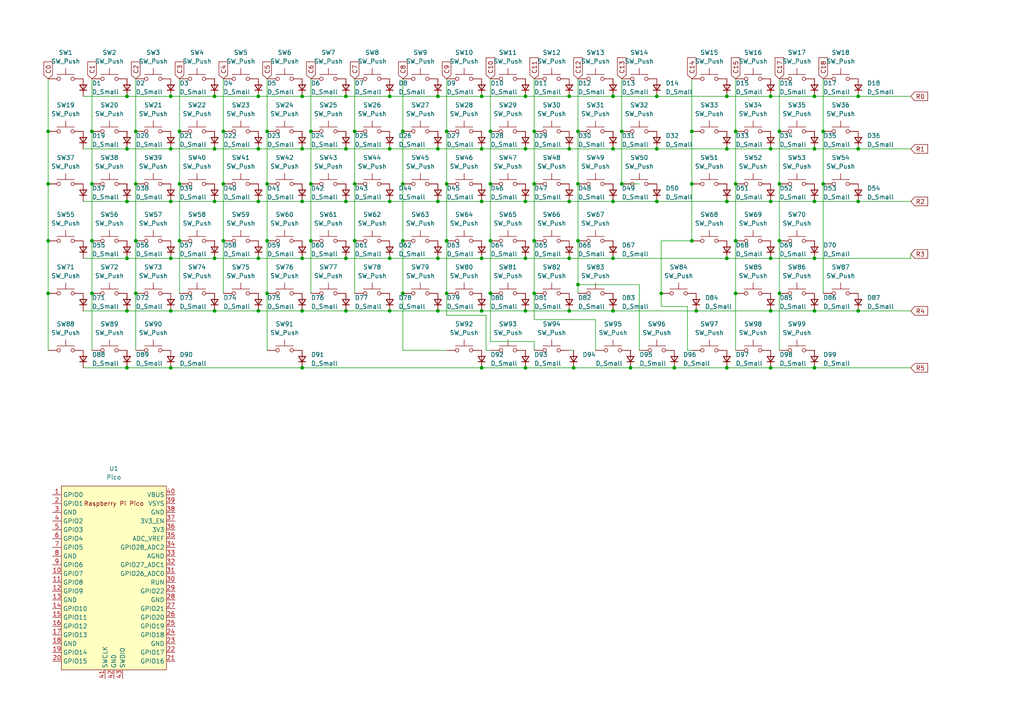
<source format=kicad_sch>
(kicad_sch (version 20231120) (generator "eeschema") (generator_version "8.0")
  (paper "A4")
  (junction (at 77.47 69.85))
  (junction (at 139.7 106.68))
  (junction (at 167.64 53.34))
  (junction (at 236.22 106.68))
  (junction (at 129.54 38.1))
  (junction (at 166.37 106.68))
  (junction (at 236.22 27.94))
  (junction (at 62.23 74.93))
  (junction (at 139.7 74.93))
  (junction (at 195.58 106.68))
  (junction (at 152.4 74.93))
  (junction (at 36.83 43.18))
  (junction (at 49.53 27.94))
  (junction (at 49.53 43.18))
  (junction (at 154.94 53.34))
  (junction (at 129.54 53.34))
  (junction (at 167.64 82.55))
  (junction (at 152.4 90.17))
  (junction (at 154.94 69.85))
  (junction (at 52.07 69.85))
  (junction (at 191.77 85.09))
  (junction (at 248.92 43.18))
  (junction (at 180.34 38.1))
  (junction (at 139.7 43.18))
  (junction (at 36.83 74.93))
  (junction (at 62.23 43.18))
  (junction (at 200.66 53.34))
  (junction (at 236.22 43.18))
  (junction (at 90.17 53.34))
  (junction (at 127 43.18))
  (junction (at 39.37 85.09))
  (junction (at 26.67 38.1))
  (junction (at 127 90.17))
  (junction (at 13.97 85.09))
  (junction (at 87.63 43.18))
  (junction (at 90.17 38.1))
  (junction (at 165.1 58.42))
  (junction (at 223.52 106.68))
  (junction (at 226.06 38.1))
  (junction (at 13.97 53.34))
  (junction (at 236.22 58.42))
  (junction (at 142.24 69.85))
  (junction (at 113.03 90.17))
  (junction (at 238.76 53.34))
  (junction (at 102.87 53.34))
  (junction (at 248.92 27.94))
  (junction (at 201.93 90.17))
  (junction (at 74.93 90.17))
  (junction (at 177.8 90.17))
  (junction (at 39.37 38.1))
  (junction (at 213.36 85.09))
  (junction (at 154.94 85.09))
  (junction (at 213.36 53.34))
  (junction (at 190.5 27.94))
  (junction (at 90.17 69.85))
  (junction (at 116.84 85.09))
  (junction (at 100.33 90.17))
  (junction (at 210.82 58.42))
  (junction (at 52.07 38.1))
  (junction (at 39.37 53.34))
  (junction (at 154.94 38.1))
  (junction (at 87.63 58.42))
  (junction (at 210.82 74.93))
  (junction (at 142.24 38.1))
  (junction (at 152.4 106.68))
  (junction (at 127 58.42))
  (junction (at 248.92 58.42))
  (junction (at 165.1 74.93))
  (junction (at 238.76 38.1))
  (junction (at 210.82 27.94))
  (junction (at 100.33 58.42))
  (junction (at 152.4 58.42))
  (junction (at 200.66 69.85))
  (junction (at 64.77 69.85))
  (junction (at 213.36 69.85))
  (junction (at 74.93 43.18))
  (junction (at 74.93 58.42))
  (junction (at 100.33 27.94))
  (junction (at 139.7 90.17))
  (junction (at 26.67 85.09))
  (junction (at 213.36 38.1))
  (junction (at 36.83 27.94))
  (junction (at 210.82 106.68))
  (junction (at 167.64 69.85))
  (junction (at 49.53 74.93))
  (junction (at 165.1 27.94))
  (junction (at 52.07 53.34))
  (junction (at 100.33 43.18))
  (junction (at 62.23 90.17))
  (junction (at 49.53 106.68))
  (junction (at 39.37 69.85))
  (junction (at 152.4 27.94))
  (junction (at 36.83 58.42))
  (junction (at 36.83 106.68))
  (junction (at 102.87 38.1))
  (junction (at 223.52 58.42))
  (junction (at 100.33 74.93))
  (junction (at 226.06 85.09))
  (junction (at 13.97 69.85))
  (junction (at 116.84 69.85))
  (junction (at 127 74.93))
  (junction (at 182.88 106.68))
  (junction (at 87.63 90.17))
  (junction (at 129.54 69.85))
  (junction (at 62.23 58.42))
  (junction (at 177.8 74.93))
  (junction (at 116.84 53.34))
  (junction (at 236.22 90.17))
  (junction (at 139.7 58.42))
  (junction (at 87.63 74.93))
  (junction (at 87.63 27.94))
  (junction (at 190.5 43.18))
  (junction (at 127 27.94))
  (junction (at 177.8 43.18))
  (junction (at 74.93 27.94))
  (junction (at 49.53 58.42))
  (junction (at 26.67 53.34))
  (junction (at 223.52 74.93))
  (junction (at 223.52 90.17))
  (junction (at 152.4 43.18))
  (junction (at 113.03 27.94))
  (junction (at 36.83 90.17))
  (junction (at 26.67 69.85))
  (junction (at 49.53 90.17))
  (junction (at 200.66 38.1))
  (junction (at 13.97 38.1))
  (junction (at 223.52 27.94))
  (junction (at 87.63 106.68))
  (junction (at 167.64 38.1))
  (junction (at 74.93 74.93))
  (junction (at 113.03 74.93))
  (junction (at 226.06 69.85))
  (junction (at 180.34 53.34))
  (junction (at 64.77 53.34))
  (junction (at 248.92 90.17))
  (junction (at 139.7 27.94))
  (junction (at 129.54 85.09))
  (junction (at 165.1 90.17))
  (junction (at 113.03 58.42))
  (junction (at 102.87 69.85))
  (junction (at 62.23 27.94))
  (junction (at 210.82 43.18))
  (junction (at 113.03 43.18))
  (junction (at 226.06 53.34))
  (junction (at 77.47 85.09))
  (junction (at 177.8 58.42))
  (junction (at 142.24 85.09))
  (junction (at 223.52 43.18))
  (junction (at 236.22 74.93))
  (junction (at 77.47 53.34))
  (junction (at 64.77 38.1))
  (junction (at 77.47 38.1))
  (junction (at 165.1 43.18))
  (junction (at 116.84 38.1))
  (junction (at 142.24 53.34))
  (junction (at 190.5 58.42))
  (junction (at 177.8 27.94))
  (wire (pts (xy 52.07 53.34) (xy 52.07 69.85)))
  (wire (pts (xy 87.63 27.94) (xy 100.33 27.94)))
  (wire (pts (xy 210.82 27.94) (xy 223.52 27.94)))
  (wire (pts (xy 74.93 43.18) (xy 87.63 43.18)))
  (wire (pts (xy 100.33 27.94) (xy 113.03 27.94)))
  (wire (pts (xy 185.42 101.6) (xy 185.42 82.55)))
  (wire (pts (xy 36.83 43.18) (xy 49.53 43.18)))
  (wire (pts (xy 26.67 22.86) (xy 26.67 38.1)))
  (wire (pts (xy 152.4 90.17) (xy 165.1 90.17)))
  (wire (pts (xy 49.53 58.42) (xy 62.23 58.42)))
  (wire (pts (xy 39.37 53.34) (xy 39.37 69.85)))
  (wire (pts (xy 116.84 69.85) (xy 116.84 85.09)))
  (wire (pts (xy 77.47 85.09) (xy 77.47 101.6)))
  (wire (pts (xy 200.66 38.1) (xy 200.66 53.34)))
  (wire (pts (xy 154.94 22.86) (xy 154.94 38.1)))
  (wire (pts (xy 177.8 58.42) (xy 190.5 58.42)))
  (wire (pts (xy 213.36 85.09) (xy 213.36 101.6)))
  (wire (pts (xy 87.63 74.93) (xy 100.33 74.93)))
  (wire (pts (xy 62.23 90.17) (xy 74.93 90.17)))
  (wire (pts (xy 139.7 106.68) (xy 152.4 106.68)))
  (wire (pts (xy 152.4 27.94) (xy 165.1 27.94)))
  (wire (pts (xy 200.66 22.86) (xy 200.66 38.1)))
  (wire (pts (xy 74.93 90.17) (xy 87.63 90.17)))
  (wire (pts (xy 139.7 90.17) (xy 152.4 90.17)))
  (wire (pts (xy 24.13 43.18) (xy 36.83 43.18)))
  (wire (pts (xy 113.03 58.42) (xy 127 58.42)))
  (wire (pts (xy 129.54 101.6) (xy 116.84 101.6)))
  (wire (pts (xy 167.64 38.1) (xy 167.64 53.34)))
  (wire (pts (xy 49.53 106.68) (xy 87.63 106.68)))
  (wire (pts (xy 139.7 27.94) (xy 152.4 27.94)))
  (wire (pts (xy 154.94 53.34) (xy 154.94 69.85)))
  (wire (pts (xy 152.4 106.68) (xy 166.37 106.68)))
  (wire (pts (xy 142.24 22.86) (xy 142.24 38.1)))
  (wire (pts (xy 52.07 22.86) (xy 52.07 38.1)))
  (wire (pts (xy 177.8 74.93) (xy 210.82 74.93)))
  (wire (pts (xy 199.39 101.6) (xy 200.66 101.6)))
  (wire (pts (xy 62.23 27.94) (xy 74.93 27.94)))
  (wire (pts (xy 140.97 101.6) (xy 140.97 91.44)))
  (wire (pts (xy 52.07 69.85) (xy 52.07 85.09)))
  (wire (pts (xy 113.03 27.94) (xy 127 27.94)))
  (wire (pts (xy 223.52 106.68) (xy 236.22 106.68)))
  (wire (pts (xy 264.16 74.93) (xy 236.22 74.93)))
  (wire (pts (xy 154.94 69.85) (xy 154.94 85.09)))
  (wire (pts (xy 142.24 53.34) (xy 142.24 69.85)))
  (wire (pts (xy 90.17 22.86) (xy 90.17 38.1)))
  (wire (pts (xy 226.06 53.34) (xy 226.06 69.85)))
  (wire (pts (xy 64.77 69.85) (xy 64.77 85.09)))
  (wire (pts (xy 36.83 90.17) (xy 49.53 90.17)))
  (wire (pts (xy 190.5 58.42) (xy 210.82 58.42)))
  (wire (pts (xy 74.93 58.42) (xy 87.63 58.42)))
  (wire (pts (xy 236.22 27.94) (xy 248.92 27.94)))
  (wire (pts (xy 127 43.18) (xy 139.7 43.18)))
  (wire (pts (xy 200.66 53.34) (xy 200.66 69.85)))
  (wire (pts (xy 129.54 53.34) (xy 129.54 69.85)))
  (wire (pts (xy 223.52 27.94) (xy 236.22 27.94)))
  (wire (pts (xy 236.22 90.17) (xy 248.92 90.17)))
  (wire (pts (xy 113.03 43.18) (xy 127 43.18)))
  (wire (pts (xy 74.93 74.93) (xy 87.63 74.93)))
  (wire (pts (xy 166.37 106.68) (xy 182.88 106.68)))
  (wire (pts (xy 39.37 85.09) (xy 39.37 101.6)))
  (wire (pts (xy 165.1 90.17) (xy 177.8 90.17)))
  (wire (pts (xy 24.13 58.42) (xy 36.83 58.42)))
  (wire (pts (xy 102.87 53.34) (xy 102.87 69.85)))
  (wire (pts (xy 140.97 91.44) (xy 129.54 91.44)))
  (wire (pts (xy 165.1 101.6) (xy 166.37 101.6)))
  (wire (pts (xy 152.4 43.18) (xy 165.1 43.18)))
  (wire (pts (xy 167.64 69.85) (xy 167.64 82.55)))
  (wire (pts (xy 87.63 106.68) (xy 139.7 106.68)))
  (wire (pts (xy 191.77 88.9) (xy 191.77 85.09)))
  (wire (pts (xy 172.72 101.6) (xy 172.72 92.71)))
  (wire (pts (xy 195.58 106.68) (xy 210.82 106.68)))
  (wire (pts (xy 238.76 53.34) (xy 238.76 85.09)))
  (wire (pts (xy 64.77 22.86) (xy 64.77 38.1)))
  (wire (pts (xy 142.24 101.6) (xy 140.97 101.6)))
  (wire (pts (xy 177.8 90.17) (xy 201.93 90.17)))
  (wire (pts (xy 116.84 38.1) (xy 116.84 53.34)))
  (wire (pts (xy 199.39 101.6) (xy 199.39 88.9)))
  (wire (pts (xy 26.67 85.09) (xy 26.67 101.6)))
  (wire (pts (xy 226.06 38.1) (xy 226.06 53.34)))
  (wire (pts (xy 100.33 90.17) (xy 113.03 90.17)))
  (wire (pts (xy 129.54 22.86) (xy 129.54 38.1)))
  (wire (pts (xy 236.22 58.42) (xy 248.92 58.42)))
  (wire (pts (xy 190.5 27.94) (xy 210.82 27.94)))
  (wire (pts (xy 172.72 92.71) (xy 154.94 92.71)))
  (wire (pts (xy 100.33 58.42) (xy 113.03 58.42)))
  (wire (pts (xy 74.93 27.94) (xy 87.63 27.94)))
  (wire (pts (xy 154.94 92.71) (xy 154.94 85.09)))
  (wire (pts (xy 129.54 38.1) (xy 129.54 53.34)))
  (wire (pts (xy 142.24 69.85) (xy 142.24 85.09)))
  (wire (pts (xy 165.1 27.94) (xy 177.8 27.94)))
  (wire (pts (xy 129.54 91.44) (xy 129.54 85.09)))
  (wire (pts (xy 165.1 74.93) (xy 177.8 74.93)))
  (wire (pts (xy 24.13 90.17) (xy 36.83 90.17)))
  (wire (pts (xy 36.83 27.94) (xy 49.53 27.94)))
  (wire (pts (xy 77.47 22.86) (xy 77.47 38.1)))
  (wire (pts (xy 210.82 74.93) (xy 223.52 74.93)))
  (wire (pts (xy 213.36 22.86) (xy 213.36 38.1)))
  (wire (pts (xy 127 27.94) (xy 139.7 27.94)))
  (wire (pts (xy 199.39 88.9) (xy 191.77 88.9)))
  (wire (pts (xy 139.7 43.18) (xy 152.4 43.18)))
  (wire (pts (xy 77.47 53.34) (xy 77.47 69.85)))
  (wire (pts (xy 100.33 74.93) (xy 113.03 74.93)))
  (wire (pts (xy 167.64 82.55) (xy 167.64 85.09)))
  (wire (pts (xy 64.77 53.34) (xy 64.77 69.85)))
  (wire (pts (xy 152.4 74.93) (xy 165.1 74.93)))
  (wire (pts (xy 90.17 69.85) (xy 90.17 85.09)))
  (wire (pts (xy 36.83 58.42) (xy 49.53 58.42)))
  (wire (pts (xy 226.06 22.86) (xy 226.06 38.1)))
  (wire (pts (xy 62.23 74.93) (xy 74.93 74.93)))
  (wire (pts (xy 167.64 53.34) (xy 167.64 69.85)))
  (wire (pts (xy 13.97 53.34) (xy 13.97 69.85)))
  (wire (pts (xy 248.92 58.42) (xy 264.16 58.42)))
  (wire (pts (xy 154.94 38.1) (xy 154.94 53.34)))
  (wire (pts (xy 210.82 58.42) (xy 223.52 58.42)))
  (wire (pts (xy 201.93 90.17) (xy 223.52 90.17)))
  (wire (pts (xy 210.82 43.18) (xy 223.52 43.18)))
  (wire (pts (xy 127 90.17) (xy 139.7 90.17)))
  (wire (pts (xy 87.63 90.17) (xy 100.33 90.17)))
  (wire (pts (xy 185.42 53.34) (xy 180.34 53.34)))
  (wire (pts (xy 226.06 85.09) (xy 226.06 101.6)))
  (wire (pts (xy 238.76 38.1) (xy 238.76 53.34)))
  (wire (pts (xy 154.94 99.06) (xy 142.24 99.06)))
  (wire (pts (xy 139.7 74.93) (xy 152.4 74.93)))
  (wire (pts (xy 165.1 58.42) (xy 177.8 58.42)))
  (wire (pts (xy 100.33 43.18) (xy 113.03 43.18)))
  (wire (pts (xy 24.13 74.93) (xy 36.83 74.93)))
  (wire (pts (xy 264.16 73.66) (xy 264.16 74.93)))
  (wire (pts (xy 210.82 106.68) (xy 223.52 106.68)))
  (wire (pts (xy 223.52 58.42) (xy 236.22 58.42)))
  (wire (pts (xy 116.84 53.34) (xy 116.84 69.85)))
  (wire (pts (xy 62.23 58.42) (xy 74.93 58.42)))
  (wire (pts (xy 213.36 69.85) (xy 213.36 85.09)))
  (wire (pts (xy 13.97 38.1) (xy 13.97 53.34)))
  (wire (pts (xy 39.37 22.86) (xy 39.37 38.1)))
  (wire (pts (xy 113.03 74.93) (xy 127 74.93)))
  (wire (pts (xy 191.77 69.85) (xy 191.77 85.09)))
  (wire (pts (xy 102.87 22.86) (xy 102.87 38.1)))
  (wire (pts (xy 129.54 69.85) (xy 129.54 85.09)))
  (wire (pts (xy 116.84 22.86) (xy 116.84 38.1)))
  (wire (pts (xy 26.67 38.1) (xy 26.67 53.34)))
  (wire (pts (xy 26.67 69.85) (xy 26.67 85.09)))
  (wire (pts (xy 223.52 90.17) (xy 236.22 90.17)))
  (wire (pts (xy 248.92 90.17) (xy 264.16 90.17)))
  (wire (pts (xy 248.92 27.94) (xy 264.16 27.94)))
  (wire (pts (xy 49.53 43.18) (xy 62.23 43.18)))
  (wire (pts (xy 13.97 22.86) (xy 13.97 38.1)))
  (wire (pts (xy 102.87 38.1) (xy 102.87 53.34)))
  (wire (pts (xy 24.13 27.94) (xy 36.83 27.94)))
  (wire (pts (xy 139.7 58.42) (xy 152.4 58.42)))
  (wire (pts (xy 213.36 38.1) (xy 213.36 53.34)))
  (wire (pts (xy 52.07 38.1) (xy 52.07 53.34)))
  (wire (pts (xy 127 58.42) (xy 139.7 58.42)))
  (wire (pts (xy 24.13 106.68) (xy 36.83 106.68)))
  (wire (pts (xy 152.4 58.42) (xy 165.1 58.42)))
  (wire (pts (xy 127 74.93) (xy 139.7 74.93)))
  (wire (pts (xy 90.17 53.34) (xy 90.17 69.85)))
  (wire (pts (xy 142.24 99.06) (xy 142.24 85.09)))
  (wire (pts (xy 165.1 43.18) (xy 177.8 43.18)))
  (wire (pts (xy 49.53 74.93) (xy 62.23 74.93)))
  (wire (pts (xy 248.92 43.18) (xy 264.16 43.18)))
  (wire (pts (xy 185.42 82.55) (xy 167.64 82.55)))
  (wire (pts (xy 226.06 69.85) (xy 226.06 85.09)))
  (wire (pts (xy 191.77 69.85) (xy 200.66 69.85)))
  (wire (pts (xy 26.67 53.34) (xy 26.67 69.85)))
  (wire (pts (xy 213.36 53.34) (xy 213.36 69.85)))
  (wire (pts (xy 102.87 69.85) (xy 102.87 85.09)))
  (wire (pts (xy 182.88 106.68) (xy 195.58 106.68)))
  (wire (pts (xy 77.47 69.85) (xy 77.47 85.09)))
  (wire (pts (xy 87.63 58.42) (xy 100.33 58.42)))
  (wire (pts (xy 13.97 69.85) (xy 13.97 85.09)))
  (wire (pts (xy 223.52 43.18) (xy 236.22 43.18)))
  (wire (pts (xy 39.37 69.85) (xy 39.37 85.09)))
  (wire (pts (xy 49.53 90.17) (xy 62.23 90.17)))
  (wire (pts (xy 236.22 106.68) (xy 264.16 106.68)))
  (wire (pts (xy 236.22 43.18) (xy 248.92 43.18)))
  (wire (pts (xy 116.84 101.6) (xy 116.84 85.09)))
  (wire (pts (xy 177.8 43.18) (xy 190.5 43.18)))
  (wire (pts (xy 177.8 27.94) (xy 190.5 27.94)))
  (wire (pts (xy 90.17 38.1) (xy 90.17 53.34)))
  (wire (pts (xy 180.34 22.86) (xy 180.34 38.1)))
  (wire (pts (xy 77.47 38.1) (xy 77.47 53.34)))
  (wire (pts (xy 167.64 22.86) (xy 167.64 38.1)))
  (wire (pts (xy 223.52 74.93) (xy 236.22 74.93)))
  (wire (pts (xy 87.63 43.18) (xy 100.33 43.18)))
  (wire (pts (xy 190.5 43.18) (xy 210.82 43.18)))
  (wire (pts (xy 62.23 43.18) (xy 74.93 43.18)))
  (wire (pts (xy 180.34 38.1) (xy 180.34 53.34)))
  (wire (pts (xy 36.83 74.93) (xy 49.53 74.93)))
  (wire (pts (xy 39.37 38.1) (xy 39.37 53.34)))
  (wire (pts (xy 238.76 22.86) (xy 238.76 38.1)))
  (wire (pts (xy 64.77 38.1) (xy 64.77 53.34)))
  (wire (pts (xy 49.53 27.94) (xy 62.23 27.94)))
  (wire (pts (xy 36.83 106.68) (xy 49.53 106.68)))
  (wire (pts (xy 113.03 90.17) (xy 127 90.17)))
  (wire (pts (xy 154.94 101.6) (xy 154.94 99.06)))
  (wire (pts (xy 142.24 38.1) (xy 142.24 53.34)))
  (wire (pts (xy 13.97 85.09) (xy 13.97 101.6)))
  (global_label "C18" (shape input) (at 238.76 22.86 90) (property "Intersheetrefs" "${INTERSHEET_REFS}" (effects (hide yes))))
  (global_label "C5" (shape input) (at 77.47 22.86 90) (property "Intersheetrefs" "${INTERSHEET_REFS}" (effects (hide yes))))
  (global_label "C14" (shape input) (at 200.66 22.86 90) (property "Intersheetrefs" "${INTERSHEET_REFS}" (effects (hide yes))))
  (global_label "C6" (shape input) (at 90.17 22.86 90) (property "Intersheetrefs" "${INTERSHEET_REFS}" (effects (hide yes))))
  (global_label "R3" (shape input) (at 264.16 73.66 0) (property "Intersheetrefs" "${INTERSHEET_REFS}" (effects (hide yes))))
  (global_label "R0" (shape input) (at 264.16 27.94 0) (property "Intersheetrefs" "${INTERSHEET_REFS}" (effects (hide yes))))
  (global_label "C15" (shape input) (at 213.36 22.86 90) (property "Intersheetrefs" "${INTERSHEET_REFS}" (effects (hide yes))))
  (global_label "C4" (shape input) (at 64.77 22.86 90) (property "Intersheetrefs" "${INTERSHEET_REFS}" (effects (hide yes))))
  (global_label "C3" (shape input) (at 52.07 22.86 90) (property "Intersheetrefs" "${INTERSHEET_REFS}" (effects (hide yes))))
  (global_label "R4" (shape input) (at 264.16 90.17 0) (property "Intersheetrefs" "${INTERSHEET_REFS}" (effects (hide yes))))
  (global_label "C10" (shape input) (at 142.24 22.86 90) (property "Intersheetrefs" "${INTERSHEET_REFS}" (effects (hide yes))))
  (global_label "C17" (shape input) (at 226.06 22.86 90) (property "Intersheetrefs" "${INTERSHEET_REFS}" (effects (hide yes))))
  (global_label "C1" (shape input) (at 26.67 22.86 90) (property "Intersheetrefs" "${INTERSHEET_REFS}" (effects (hide yes))))
  (global_label "R1" (shape input) (at 264.16 43.18 0) (property "Intersheetrefs" "${INTERSHEET_REFS}" (effects (hide yes))))
  (global_label "C11" (shape input) (at 154.94 22.86 90) (property "Intersheetrefs" "${INTERSHEET_REFS}" (effects (hide yes))))
  (global_label "R5" (shape input) (at 264.16 106.68 0) (property "Intersheetrefs" "${INTERSHEET_REFS}" (effects (hide yes))))
  (global_label "C2" (shape input) (at 39.37 22.86 90) (property "Intersheetrefs" "${INTERSHEET_REFS}" (effects (hide yes))))
  (global_label "C0" (shape input) (at 13.97 22.86 90) (property "Intersheetrefs" "${INTERSHEET_REFS}" (effects (hide yes))))
  (global_label "C7" (shape input) (at 102.87 22.86 90) (property "Intersheetrefs" "${INTERSHEET_REFS}" (effects (hide yes))))
  (global_label "R2" (shape input) (at 264.16 58.42 0) (property "Intersheetrefs" "${INTERSHEET_REFS}" (effects (hide yes))))
  (global_label "C9" (shape input) (at 129.54 22.86 90) (property "Intersheetrefs" "${INTERSHEET_REFS}" (effects (hide yes))))
  (global_label "C12" (shape input) (at 167.64 22.86 90) (property "Intersheetrefs" "${INTERSHEET_REFS}" (effects (hide yes))))
  (global_label "C13" (shape input) (at 180.34 22.86 90) (property "Intersheetrefs" "${INTERSHEET_REFS}" (effects (hide yes))))
  (global_label "C8" (shape input) (at 116.84 22.86 90) (property "Intersheetrefs" "${INTERSHEET_REFS}" (effects (hide yes))))
  (symbol (lib_id "Switch:SW_Push") (at 44.45 53.34 0) (unit 1)
    (property "Reference" "SW39" (at 44.45 45.72 0))
    (property "Value" "SW_Push" (at 44.45 48.26 0))
    (property "Footprint" "PCM_marbastlib-mx:SW_MX_HS_CPG151101S11_1u" (effects (hide yes)))
    (property "Description" "Push button switch, generic, two pins" (effects (hide yes)))
  )
  (symbol (lib_id "Device:D_Small") (at 223.52 87.63 90) (unit 1)
    (property "Reference" "D85" (at 226.06 86.3599 90) (effects (justify right)))
    (property "Value" "D_Small" (at 226.06 88.8999 90) (effects (justify right)))
    (property "Footprint" "Diode_SMD:D_SOD-123" (effects (hide yes)))
    (property "Description" "Diode, small symbol" (effects (hide yes)))
    (property "Sim.Device" "D" (effects (hide yes)))
    (property "Sim.Pins" "1=K 2=A" (effects (hide yes)))
    (property "LCSC" "C64898" (effects (hide yes)))
  )
  (symbol (lib_id "Switch:SW_Push") (at 218.44 101.6 0) (unit 1)
    (property "Reference" "SW98" (at 218.44 93.98 0))
    (property "Value" "SW_Push" (at 218.44 96.52 0))
    (property "Footprint" "PCM_marbastlib-mx:SW_MX_HS_CPG151101S11_1u" (effects (hide yes)))
    (property "Description" "Push button switch, generic, two pins" (effects (hide yes)))
  )
  (symbol (lib_id "Switch:SW_Push") (at 160.02 38.1 0) (unit 1)
    (property "Reference" "SW30" (at 160.02 30.48 0))
    (property "Value" "SW_Push" (at 160.02 33.02 0))
    (property "Footprint" "PCM_marbastlib-mx:SW_MX_HS_CPG151101S11_1u" (effects (hide yes)))
    (property "Description" "Push button switch, generic, two pins" (effects (hide yes)))
  )
  (symbol (lib_id "Device:D_Small") (at 190.5 40.64 90) (unit 1)
    (property "Reference" "D32" (at 193.04 39.3699 90) (effects (justify right)))
    (property "Value" "D_Small" (at 193.04 41.9099 90) (effects (justify right)))
    (property "Footprint" "Diode_SMD:D_SOD-123" (effects (hide yes)))
    (property "Description" "Diode, small symbol" (effects (hide yes)))
    (property "Sim.Device" "D" (effects (hide yes)))
    (property "Sim.Pins" "1=K 2=A" (effects (hide yes)))
    (property "LCSC" "C64898" (effects (hide yes)))
  )
  (symbol (lib_id "Device:D_Small") (at 152.4 55.88 90) (unit 1)
    (property "Reference" "D47" (at 154.94 54.6099 90) (effects (justify right)))
    (property "Value" "D_Small" (at 154.94 57.1499 90) (effects (justify right)))
    (property "Footprint" "Diode_SMD:D_SOD-123" (effects (hide yes)))
    (property "Description" "Diode, small symbol" (effects (hide yes)))
    (property "Sim.Device" "D" (effects (hide yes)))
    (property "Sim.Pins" "1=K 2=A" (effects (hide yes)))
    (property "LCSC" "C64898" (effects (hide yes)))
  )
  (symbol (lib_id "Device:D_Small") (at 24.13 87.63 90) (unit 1)
    (property "Reference" "D71" (at 26.67 86.3599 90) (effects (justify right)))
    (property "Value" "D_Small" (at 26.67 88.8999 90) (effects (justify right)))
    (property "Footprint" "Diode_SMD:D_SOD-123" (effects (hide yes)))
    (property "Description" "Diode, small symbol" (effects (hide yes)))
    (property "Sim.Device" "D" (effects (hide yes)))
    (property "Sim.Pins" "1=K 2=A" (effects (hide yes)))
    (property "LCSC" "C64898" (effects (hide yes)))
  )
  (symbol (lib_id "Switch:SW_Push") (at 121.92 38.1 0) (unit 1)
    (property "Reference" "SW27" (at 121.92 30.48 0))
    (property "Value" "SW_Push" (at 121.92 33.02 0))
    (property "Footprint" "PCM_marbastlib-mx:SW_MX_HS_CPG151101S11_1u" (effects (hide yes)))
    (property "Description" "Push button switch, generic, two pins" (effects (hide yes)))
  )
  (symbol (lib_id "Switch:SW_Push") (at 160.02 22.86 0) (unit 1)
    (property "Reference" "SW12" (at 160.02 15.24 0))
    (property "Value" "SW_Push" (at 160.02 17.78 0))
    (property "Footprint" "PCM_marbastlib-mx:SW_MX_HS_CPG151101S11_1u" (effects (hide yes)))
    (property "Description" "Push button switch, generic, two pins" (effects (hide yes)))
  )
  (symbol (lib_id "Device:D_Small") (at 36.83 40.64 90) (unit 1)
    (property "Reference" "D20" (at 39.37 39.3699 90) (effects (justify right)))
    (property "Value" "D_Small" (at 39.37 41.9099 90) (effects (justify right)))
    (property "Footprint" "Diode_SMD:D_SOD-123" (effects (hide yes)))
    (property "Description" "Diode, small symbol" (effects (hide yes)))
    (property "Sim.Device" "D" (effects (hide yes)))
    (property "Sim.Pins" "1=K 2=A" (effects (hide yes)))
    (property "LCSC" "C64898" (effects (hide yes)))
  )
  (symbol (lib_id "Device:D_Small") (at 210.82 72.39 90) (unit 1)
    (property "Reference" "D68" (at 213.36 71.1199 90) (effects (justify right)))
    (property "Value" "D_Small" (at 213.36 73.6599 90) (effects (justify right)))
    (property "Footprint" "Diode_SMD:D_SOD-123" (effects (hide yes)))
    (property "Description" "Diode, small symbol" (effects (hide yes)))
    (property "Sim.Device" "D" (effects (hide yes)))
    (property "Sim.Pins" "1=K 2=A" (effects (hide yes)))
    (property "LCSC" "C64898" (effects (hide yes)))
  )
  (symbol (lib_id "Device:D_Small") (at 100.33 72.39 90) (unit 1)
    (property "Reference" "D61" (at 102.87 71.1199 90) (effects (justify right)))
    (property "Value" "D_Small" (at 102.87 73.6599 90) (effects (justify right)))
    (property "Footprint" "Diode_SMD:D_SOD-123" (effects (hide yes)))
    (property "Description" "Diode, small symbol" (effects (hide yes)))
    (property "Sim.Device" "D" (effects (hide yes)))
    (property "Sim.Pins" "1=K 2=A" (effects (hide yes)))
    (property "LCSC" "C64898" (effects (hide yes)))
  )
  (symbol (lib_id "Device:D_Small") (at 100.33 25.4 90) (unit 1)
    (property "Reference" "D7" (at 102.87 24.1299 90) (effects (justify right)))
    (property "Value" "D_Small" (at 102.87 26.6699 90) (effects (justify right)))
    (property "Footprint" "Diode_SMD:D_SOD-123" (effects (hide yes)))
    (property "Description" "Diode, small symbol" (effects (hide yes)))
    (property "Sim.Device" "D" (effects (hide yes)))
    (property "Sim.Pins" "1=K 2=A" (effects (hide yes)))
    (property "LCSC" "C64898" (effects (hide yes)))
  )
  (symbol (lib_id "Switch:SW_Push") (at 231.14 22.86 0) (unit 1)
    (property "Reference" "SW17" (at 231.14 15.24 0))
    (property "Value" "SW_Push" (at 231.14 17.78 0))
    (property "Footprint" "PCM_marbastlib-mx:SW_MX_HS_CPG151101S11_1u" (effects (hide yes)))
    (property "Description" "Push button switch, generic, two pins" (effects (hide yes)))
  )
  (symbol (lib_id "Device:D_Small") (at 139.7 55.88 90) (unit 1)
    (property "Reference" "D46" (at 142.24 54.6099 90) (effects (justify right)))
    (property "Value" "D_Small" (at 142.24 57.1499 90) (effects (justify right)))
    (property "Footprint" "Diode_SMD:D_SOD-123" (effects (hide yes)))
    (property "Description" "Diode, small symbol" (effects (hide yes)))
    (property "Sim.Device" "D" (effects (hide yes)))
    (property "Sim.Pins" "1=K 2=A" (effects (hide yes)))
    (property "LCSC" "C64898" (effects (hide yes)))
  )
  (symbol (lib_id "Device:D_Small") (at 24.13 40.64 90) (unit 1)
    (property "Reference" "D19" (at 26.67 39.3699 90) (effects (justify right)))
    (property "Value" "D_Small" (at 26.67 41.9099 90) (effects (justify right)))
    (property "Footprint" "Diode_SMD:D_SOD-123" (effects (hide yes)))
    (property "Description" "Diode, small symbol" (effects (hide yes)))
    (property "Sim.Device" "D" (effects (hide yes)))
    (property "Sim.Pins" "1=K 2=A" (effects (hide yes)))
    (property "LCSC" "C64898" (effects (hide yes)))
  )
  (symbol (lib_id "Device:D_Small") (at 210.82 55.88 90) (unit 1)
    (property "Reference" "D51" (at 213.36 54.6099 90) (effects (justify right)))
    (property "Value" "D_Small" (at 213.36 57.1499 90) (effects (justify right)))
    (property "Footprint" "Diode_SMD:D_SOD-123" (effects (hide yes)))
    (property "Description" "Diode, small symbol" (effects (hide yes)))
    (property "Sim.Device" "D" (effects (hide yes)))
    (property "Sim.Pins" "1=K 2=A" (effects (hide yes)))
    (property "LCSC" "C64898" (effects (hide yes)))
  )
  (symbol (lib_id "Switch:SW_Push") (at 243.84 53.34 0) (unit 1)
    (property "Reference" "SW54" (at 243.84 45.72 0))
    (property "Value" "SW_Push" (at 243.84 48.26 0))
    (property "Footprint" "PCM_marbastlib-mx:SW_MX_HS_CPG151101S11_1u" (effects (hide yes)))
    (property "Description" "Push button switch, generic, two pins" (effects (hide yes)))
  )
  (symbol (lib_id "Device:D_Small") (at 49.53 55.88 90) (unit 1)
    (property "Reference" "D39" (at 52.07 54.6099 90) (effects (justify right)))
    (property "Value" "D_Small" (at 52.07 57.1499 90) (effects (justify right)))
    (property "Footprint" "Diode_SMD:D_SOD-123" (effects (hide yes)))
    (property "Description" "Diode, small symbol" (effects (hide yes)))
    (property "Sim.Device" "D" (effects (hide yes)))
    (property "Sim.Pins" "1=K 2=A" (effects (hide yes)))
    (property "LCSC" "C64898" (effects (hide yes)))
  )
  (symbol (lib_id "Switch:SW_Push") (at 218.44 85.09 0) (unit 1)
    (property "Reference" "SW85" (at 218.44 77.47 0))
    (property "Value" "SW_Push" (at 218.44 80.01 0))
    (property "Footprint" "PCM_marbastlib-mx:SW_MX_HS_CPG151101S11_1u" (effects (hide yes)))
    (property "Description" "Push button switch, generic, two pins" (effects (hide yes)))
  )
  (symbol (lib_id "Device:D_Small") (at 152.4 72.39 90) (unit 1)
    (property "Reference" "D65" (at 154.94 71.1199 90) (effects (justify right)))
    (property "Value" "D_Small" (at 154.94 73.6599 90) (effects (justify right)))
    (property "Footprint" "Diode_SMD:D_SOD-123" (effects (hide yes)))
    (property "Description" "Diode, small symbol" (effects (hide yes)))
    (property "Sim.Device" "D" (effects (hide yes)))
    (property "Sim.Pins" "1=K 2=A" (effects (hide yes)))
    (property "LCSC" "C64898" (effects (hide yes)))
  )
  (symbol (lib_id "Switch:SW_Push") (at 172.72 53.34 0) (unit 1)
    (property "Reference" "SW49" (at 172.72 45.72 0))
    (property "Value" "SW_Push" (at 172.72 48.26 0))
    (property "Footprint" "PCM_marbastlib-mx:SW_MX_HS_CPG151101S11_1u" (effects (hide yes)))
    (property "Description" "Push button switch, generic, two pins" (effects (hide yes)))
  )
  (symbol (lib_id "Switch:SW_Push") (at 231.14 38.1 0) (unit 1)
    (property "Reference" "SW35" (at 231.14 30.48 0))
    (property "Value" "SW_Push" (at 231.14 33.02 0))
    (property "Footprint" "PCM_marbastlib-mx:SW_MX_HS_CPG151101S11_1u" (effects (hide yes)))
    (property "Description" "Push button switch, generic, two pins" (effects (hide yes)))
  )
  (symbol (lib_id "Device:D_Small") (at 166.37 104.14 90) (unit 1)
    (property "Reference" "D94" (at 168.91 102.8699 90) (effects (justify right)))
    (property "Value" "D_Small" (at 172.72 105.4099 90) (effects (justify right)))
    (property "Footprint" "Diode_SMD:D_SOD-123" (effects (hide yes)))
    (property "Description" "Diode, small symbol" (effects (hide yes)))
    (property "Sim.Device" "D" (effects (hide yes)))
    (property "Sim.Pins" "1=K 2=A" (effects (hide yes)))
    (property "LCSC" "C64898" (effects (hide yes)))
  )
  (symbol (lib_id "Device:D_Small") (at 24.13 25.4 90) (unit 1)
    (property "Reference" "D1" (at 26.67 24.1299 90) (effects (justify right)))
    (property "Value" "D_Small" (at 26.67 26.6699 90) (effects (justify right)))
    (property "Footprint" "Diode_SMD:D_SOD-123" (effects (hide yes)))
    (property "Description" "Diode, small symbol" (effects (hide yes)))
    (property "Sim.Device" "D" (effects (hide yes)))
    (property "Sim.Pins" "1=K 2=A" (effects (hide yes)))
    (property "LCSC" "C64898" (effects (hide yes)))
  )
  (symbol (lib_id "Device:D_Small") (at 223.52 72.39 90) (unit 1)
    (property "Reference" "D69" (at 226.06 71.1199 90) (effects (justify right)))
    (property "Value" "D_Small" (at 226.06 73.6599 90) (effects (justify right)))
    (property "Footprint" "Diode_SMD:D_SOD-123" (effects (hide yes)))
    (property "Description" "Diode, small symbol" (effects (hide yes)))
    (property "Sim.Device" "D" (effects (hide yes)))
    (property "Sim.Pins" "1=K 2=A" (effects (hide yes)))
    (property "LCSC" "C64898" (effects (hide yes)))
  )
  (symbol (lib_id "Switch:SW_Push") (at 160.02 101.6 0) (unit 1)
    (property "Reference" "SW94" (at 160.02 93.98 0))
    (property "Value" "SW_Push" (at 160.02 96.52 0))
    (property "Footprint" "PCM_marbastlib-mx:SW_MX_HS_CPG151101S11_1u" (effects (hide yes)))
    (property "Description" "Push button switch, generic, two pins" (effects (hide yes)))
  )
  (symbol (lib_id "Switch:SW_Push") (at 147.32 53.34 0) (unit 1)
    (property "Reference" "SW47" (at 147.32 45.72 0))
    (property "Value" "SW_Push" (at 147.32 48.26 0))
    (property "Footprint" "PCM_marbastlib-mx:SW_MX_HS_CPG151101S11_1u" (effects (hide yes)))
    (property "Description" "Push button switch, generic, two pins" (effects (hide yes)))
  )
  (symbol (lib_id "Device:D_Small") (at 210.82 104.14 90) (unit 1)
    (property "Reference" "D97" (at 213.36 102.8699 90) (effects (justify right)))
    (property "Value" "D_Small" (at 213.36 105.4099 90) (effects (justify right)))
    (property "Footprint" "Diode_SMD:D_SOD-123" (effects (hide yes)))
    (property "Description" "Diode, small symbol" (effects (hide yes)))
    (property "Sim.Device" "D" (effects (hide yes)))
    (property "Sim.Pins" "1=K 2=A" (effects (hide yes)))
    (property "LCSC" "C64898" (effects (hide yes)))
  )
  (symbol (lib_id "Switch:SW_Push") (at 243.84 38.1 0) (unit 1)
    (property "Reference" "SW36" (at 243.84 30.48 0))
    (property "Value" "SW_Push" (at 243.84 33.02 0))
    (property "Footprint" "PCM_marbastlib-mx:SW_MX_HS_CPG151101S11_1u" (effects (hide yes)))
    (property "Description" "Push button switch, generic, two pins" (effects (hide yes)))
  )
  (symbol (lib_id "Device:D_Small") (at 152.4 104.14 90) (unit 1)
    (property "Reference" "D93" (at 154.94 102.8699 90) (effects (justify right)))
    (property "Value" "D_Small" (at 154.94 105.4099 90) (effects (justify right)))
    (property "Footprint" "Diode_SMD:D_SOD-123" (effects (hide yes)))
    (property "Description" "Diode, small symbol" (effects (hide yes)))
    (property "Sim.Device" "D" (effects (hide yes)))
    (property "Sim.Pins" "1=K 2=A" (effects (hide yes)))
    (property "LCSC" "C64898" (effects (hide yes)))
  )
  (symbol (lib_id "Switch:SW_Push") (at 107.95 69.85 0) (unit 1)
    (property "Reference" "SW62" (at 107.95 62.23 0))
    (property "Value" "SW_Push" (at 107.95 64.77 0))
    (property "Footprint" "PCM_marbastlib-mx:SW_MX_HS_CPG151101S11_1u" (effects (hide yes)))
    (property "Description" "Push button switch, generic, two pins" (effects (hide yes)))
  )
  (symbol (lib_id "Device:D_Small") (at 152.4 87.63 90) (unit 1)
    (property "Reference" "D81" (at 154.94 86.3599 90) (effects (justify right)))
    (property "Value" "D_Small" (at 154.94 88.8999 90) (effects (justify right)))
    (property "Footprint" "Diode_SMD:D_SOD-123" (effects (hide yes)))
    (property "Description" "Diode, small symbol" (effects (hide yes)))
    (property "Sim.Device" "D" (effects (hide yes)))
    (property "Sim.Pins" "1=K 2=A" (effects (hide yes)))
    (property "LCSC" "C64898" (effects (hide yes)))
  )
  (symbol (lib_id "Switch:SW_Push") (at 231.14 101.6 0) (unit 1)
    (property "Reference" "SW99" (at 231.14 93.98 0))
    (property "Value" "SW_Push" (at 231.14 96.52 0))
    (property "Footprint" "PCM_marbastlib-mx:SW_MX_HS_CPG151101S11_1u" (effects (hide yes)))
    (property "Description" "Push button switch, generic, two pins" (effects (hide yes)))
  )
  (symbol (lib_id "Device:D_Small") (at 49.53 104.14 90) (unit 1)
    (property "Reference" "D90" (at 52.07 102.8699 90) (effects (justify right)))
    (property "Value" "D_Small" (at 52.07 105.4099 90) (effects (justify right)))
    (property "Footprint" "Diode_SMD:D_SOD-123" (effects (hide yes)))
    (property "Description" "Diode, small symbol" (effects (hide yes)))
    (property "Sim.Device" "D" (effects (hide yes)))
    (property "Sim.Pins" "1=K 2=A" (effects (hide yes)))
    (property "LCSC" "C64898" (effects (hide yes)))
  )
  (symbol (lib_id "Device:D_Small") (at 139.7 40.64 90) (unit 1)
    (property "Reference" "D28" (at 142.24 39.3699 90) (effects (justify right)))
    (property "Value" "D_Small" (at 142.24 41.9099 90) (effects (justify right)))
    (property "Footprint" "Diode_SMD:D_SOD-123" (effects (hide yes)))
    (property "Description" "Diode, small symbol" (effects (hide yes)))
    (property "Sim.Device" "D" (effects (hide yes)))
    (property "Sim.Pins" "1=K 2=A" (effects (hide yes)))
    (property "LCSC" "C64898" (effects (hide yes)))
  )
  (symbol (lib_id "Device:D_Small") (at 236.22 55.88 90) (unit 1)
    (property "Reference" "D53" (at 238.76 54.6099 90) (effects (justify right)))
    (property "Value" "D_Small" (at 238.76 57.1499 90) (effects (justify right)))
    (property "Footprint" "Diode_SMD:D_SOD-123" (effects (hide yes)))
    (property "Description" "Diode, small symbol" (effects (hide yes)))
    (property "Sim.Device" "D" (effects (hide yes)))
    (property "Sim.Pins" "1=K 2=A" (effects (hide yes)))
    (property "LCSC" "C64898" (effects (hide yes)))
  )
  (symbol (lib_id "Device:D_Small") (at 113.03 87.63 90) (unit 1)
    (property "Reference" "D78" (at 115.57 86.3599 90) (effects (justify right)))
    (property "Value" "D_Small" (at 115.57 88.8999 90) (effects (justify right)))
    (property "Footprint" "Diode_SMD:D_SOD-123" (effects (hide yes)))
    (property "Description" "Diode, small symbol" (effects (hide yes)))
    (property "Sim.Device" "D" (effects (hide yes)))
    (property "Sim.Pins" "1=K 2=A" (effects (hide yes)))
    (property "LCSC" "C64898" (effects (hide yes)))
  )
  (symbol (lib_id "Switch:SW_Push") (at 196.85 85.09 0) (unit 1)
    (property "Reference" "SW84" (at 196.85 77.47 0))
    (property "Value" "SW_Push" (at 196.85 80.01 0))
    (property "Footprint" "PCM_marbastlib-mx:SW_MX_HS_CPG151101S11_1u" (effects (hide yes)))
    (property "Description" "Push button switch, generic, two pins" (effects (hide yes)))
  )
  (symbol (lib_id "Switch:SW_Push") (at 160.02 53.34 0) (unit 1)
    (property "Reference" "SW48" (at 160.02 45.72 0))
    (property "Value" "SW_Push" (at 160.02 48.26 0))
    (property "Footprint" "PCM_marbastlib-mx:SW_MX_HS_CPG151101S11_1u" (effects (hide yes)))
    (property "Description" "Push button switch, generic, two pins" (effects (hide yes)))
  )
  (symbol (lib_id "Switch:SW_Push") (at 82.55 22.86 0) (unit 1)
    (property "Reference" "SW6" (at 82.55 15.24 0))
    (property "Value" "SW_Push" (at 82.55 17.78 0))
    (property "Footprint" "PCM_marbastlib-mx:SW_MX_HS_CPG151101S11_1u" (effects (hide yes)))
    (property "Description" "Push button switch, generic, two pins" (effects (hide yes)))
  )
  (symbol (lib_id "Device:D_Small") (at 139.7 87.63 90) (unit 1)
    (property "Reference" "D80" (at 142.24 86.3599 90) (effects (justify right)))
    (property "Value" "D_Small" (at 142.24 88.8999 90) (effects (justify right)))
    (property "Footprint" "Diode_SMD:D_SOD-123" (effects (hide yes)))
    (property "Description" "Diode, small symbol" (effects (hide yes)))
    (property "Sim.Device" "D" (effects (hide yes)))
    (property "Sim.Pins" "1=K 2=A" (effects (hide yes)))
    (property "LCSC" "C64898" (effects (hide yes)))
  )
  (symbol (lib_id "Switch:SW_Push") (at 172.72 85.09 0) (unit 1)
    (property "Reference" "SW83" (at 172.72 77.47 0))
    (property "Value" "SW_Push" (at 172.72 80.01 0))
    (property "Footprint" "PCM_marbastlib-mx:SW_MX_HS_CPG151101S11_1u" (effects (hide yes)))
    (property "Description" "Push button switch, generic, two pins" (effects (hide yes)))
  )
  (symbol (lib_id "Device:D_Small") (at 36.83 25.4 90) (unit 1)
    (property "Reference" "D2" (at 39.37 24.1299 90) (effects (justify right)))
    (property "Value" "D_Small" (at 39.37 26.6699 90) (effects (justify right)))
    (property "Footprint" "Diode_SMD:D_SOD-123" (effects (hide yes)))
    (property "Description" "Diode, small symbol" (effects (hide yes)))
    (property "Sim.Device" "D" (effects (hide yes)))
    (property "Sim.Pins" "1=K 2=A" (effects (hide yes)))
    (property "LCSC" "C64898" (effects (hide yes)))
  )
  (symbol (lib_id "Switch:SW_Push") (at 69.85 69.85 0) (unit 1)
    (property "Reference" "SW59" (at 69.85 62.23 0))
    (property "Value" "SW_Push" (at 69.85 64.77 0))
    (property "Footprint" "PCM_marbastlib-mx:SW_MX_HS_CPG151101S11_1u" (effects (hide yes)))
    (property "Description" "Push button switch, generic, two pins" (effects (hide yes)))
  )
  (symbol (lib_id "Device:D_Small") (at 139.7 104.14 90) (unit 1)
    (property "Reference" "D92" (at 142.24 102.8699 90) (effects (justify right)))
    (property "Value" "D_Small" (at 142.24 105.4099 90) (effects (justify right)))
    (property "Footprint" "Diode_SMD:D_SOD-123" (effects (hide yes)))
    (property "Description" "Diode, small symbol" (effects (hide yes)))
    (property "Sim.Device" "D" (effects (hide yes)))
    (property "Sim.Pins" "1=K 2=A" (effects (hide yes)))
    (property "LCSC" "C64898" (effects (hide yes)))
  )
  (symbol (lib_id "Device:D_Small") (at 127 87.63 90) (unit 1)
    (property "Reference" "D79" (at 129.54 86.3599 90) (effects (justify right)))
    (property "Value" "D_Small" (at 129.54 88.8999 90) (effects (justify right)))
    (property "Footprint" "Diode_SMD:D_SOD-123" (effects (hide yes)))
    (property "Description" "Diode, small symbol" (effects (hide yes)))
    (property "Sim.Device" "D" (effects (hide yes)))
    (property "Sim.Pins" "1=K 2=A" (effects (hide yes)))
    (property "LCSC" "C64898" (effects (hide yes)))
  )
  (symbol (lib_id "Device:D_Small") (at 195.58 104.14 90) (unit 1)
    (property "Reference" "D96" (at 198.12 102.8699 90) (effects (justify right)))
    (property "Value" "D_Small" (at 198.12 105.4099 90) (effects (justify right)))
    (property "Footprint" "Diode_SMD:D_SOD-123" (effects (hide yes)))
    (property "Description" "Diode, small symbol" (effects (hide yes)))
    (property "Sim.Device" "D" (effects (hide yes)))
    (property "Sim.Pins" "1=K 2=A" (effects (hide yes)))
    (property "LCSC" "C64898" (effects (hide yes)))
  )
  (symbol (lib_id "Device:D_Small") (at 139.7 25.4 90) (unit 1)
    (property "Reference" "D10" (at 142.24 24.1299 90) (effects (justify right)))
    (property "Value" "D_Small" (at 142.24 26.6699 90) (effects (justify right)))
    (property "Footprint" "Diode_SMD:D_SOD-123" (effects (hide yes)))
    (property "Description" "Diode, small symbol" (effects (hide yes)))
    (property "Sim.Device" "D" (effects (hide yes)))
    (property "Sim.Pins" "1=K 2=A" (effects (hide yes)))
    (property "LCSC" "C64898" (effects (hide yes)))
  )
  (symbol (lib_id "Switch:SW_Push") (at 44.45 69.85 0) (unit 1)
    (property "Reference" "SW57" (at 44.45 62.23 0))
    (property "Value" "SW_Push" (at 44.45 64.77 0))
    (property "Footprint" "PCM_marbastlib-mx:SW_MX_HS_CPG151101S11_1u" (effects (hide yes)))
    (property "Description" "Push button switch, generic, two pins" (effects (hide yes)))
  )
  (symbol (lib_id "Device:D_Small") (at 87.63 40.64 90) (unit 1)
    (property "Reference" "D24" (at 90.17 39.3699 90) (effects (justify right)))
    (property "Value" "D_Small" (at 90.17 41.9099 90) (effects (justify right)))
    (property "Footprint" "Diode_SMD:D_SOD-123" (effects (hide yes)))
    (property "Description" "Diode, small symbol" (effects (hide yes)))
    (property "Sim.Device" "D" (effects (hide yes)))
    (property "Sim.Pins" "1=K 2=A" (effects (hide yes)))
    (property "LCSC" "C64898" (effects (hide yes)))
  )
  (symbol (lib_id "Switch:SW_Push") (at 82.55 53.34 0) (unit 1)
    (property "Reference" "SW42" (at 82.55 45.72 0))
    (property "Value" "SW_Push" (at 82.55 48.26 0))
    (property "Footprint" "PCM_marbastlib-mx:SW_MX_HS_CPG151101S11_1u" (effects (hide yes)))
    (property "Description" "Push button switch, generic, two pins" (effects (hide yes)))
  )
  (symbol (lib_id "Device:D_Small") (at 113.03 40.64 90) (unit 1)
    (property "Reference" "D26" (at 115.57 39.3699 90) (effects (justify right)))
    (property "Value" "D_Small" (at 115.57 41.9099 90) (effects (justify right)))
    (property "Footprint" "Diode_SMD:D_SOD-123" (effects (hide yes)))
    (property "Description" "Diode, small symbol" (effects (hide yes)))
    (property "Sim.Device" "D" (effects (hide yes)))
    (property "Sim.Pins" "1=K 2=A" (effects (hide yes)))
    (property "LCSC" "C64898" (effects (hide yes)))
  )
  (symbol (lib_id "Switch:SW_Push") (at 107.95 22.86 0) (unit 1)
    (property "Reference" "SW8" (at 107.95 15.24 0))
    (property "Value" "SW_Push" (at 107.95 17.78 0))
    (property "Footprint" "PCM_marbastlib-mx:SW_MX_HS_CPG151101S11_1u" (effects (hide yes)))
    (property "Description" "Push button switch, generic, two pins" (effects (hide yes)))
  )
  (symbol (lib_id "Device:D_Small") (at 236.22 25.4 90) (unit 1)
    (property "Reference" "D17" (at 238.76 24.1299 90) (effects (justify right)))
    (property "Value" "D_Small" (at 238.76 26.6699 90) (effects (justify right)))
    (property "Footprint" "Diode_SMD:D_SOD-123" (effects (hide yes)))
    (property "Description" "Diode, small symbol" (effects (hide yes)))
    (property "Sim.Device" "D" (effects (hide yes)))
    (property "Sim.Pins" "1=K 2=A" (effects (hide yes)))
    (property "LCSC" "C64898" (effects (hide yes)))
  )
  (symbol (lib_id "Switch:SW_Push") (at 82.55 38.1 0) (unit 1)
    (property "Reference" "SW24" (at 82.55 30.48 0))
    (property "Value" "SW_Push" (at 82.55 33.02 0))
    (property "Footprint" "PCM_marbastlib-mx:SW_MX_HS_CPG151101S11_1u" (effects (hide yes)))
    (property "Description" "Push button switch, generic, two pins" (effects (hide yes)))
  )
  (symbol (lib_id "Switch:SW_Push") (at 231.14 69.85 0) (unit 1)
    (property "Reference" "SW70" (at 231.14 62.23 0))
    (property "Value" "SW_Push" (at 231.14 64.77 0))
    (property "Footprint" "PCM_marbastlib-mx:SW_MX_HS_CPG151101S11_1u" (effects (hide yes)))
    (property "Description" "Push button switch, generic, two pins" (effects (hide yes)))
  )
  (symbol (lib_id "Switch:SW_Push") (at 31.75 69.85 0) (unit 1)
    (property "Reference" "SW56" (at 31.75 62.23 0))
    (property "Value" "SW_Push" (at 31.75 64.77 0))
    (property "Footprint" "PCM_marbastlib-mx:SW_MX_HS_CPG151101S11_1u" (effects (hide yes)))
    (property "Description" "Push button switch, generic, two pins" (effects (hide yes)))
  )
  (symbol (lib_id "Switch:SW_Push") (at 134.62 69.85 0) (unit 1)
    (property "Reference" "SW64" (at 134.62 62.23 0))
    (property "Value" "SW_Push" (at 134.62 64.77 0))
    (property "Footprint" "PCM_marbastlib-mx:SW_MX_HS_CPG151101S11_1u" (effects (hide yes)))
    (property "Description" "Push button switch, generic, two pins" (effects (hide yes)))
  )
  (symbol (lib_id "Device:D_Small") (at 49.53 87.63 90) (unit 1)
    (property "Reference" "D73" (at 52.07 86.3599 90) (effects (justify right)))
    (property "Value" "D_Small" (at 52.07 88.8999 90) (effects (justify right)))
    (property "Footprint" "Diode_SMD:D_SOD-123" (effects (hide yes)))
    (property "Description" "Diode, small symbol" (effects (hide yes)))
    (property "Sim.Device" "D" (effects (hide yes)))
    (property "Sim.Pins" "1=K 2=A" (effects (hide yes)))
    (property "LCSC" "C64898" (effects (hide yes)))
  )
  (symbol (lib_id "Device:D_Small") (at 223.52 40.64 90) (unit 1)
    (property "Reference" "D34" (at 226.06 39.3699 90) (effects (justify right)))
    (property "Value" "D_Small" (at 226.06 41.9099 90) (effects (justify right)))
    (property "Footprint" "Diode_SMD:D_SOD-123" (effects (hide yes)))
    (property "Description" "Diode, small symbol" (effects (hide yes)))
    (property "Sim.Device" "D" (effects (hide yes)))
    (property "Sim.Pins" "1=K 2=A" (effects (hide yes)))
    (property "LCSC" "C64898" (effects (hide yes)))
  )
  (symbol (lib_id "Switch:SW_Push") (at 31.75 38.1 0) (unit 1)
    (property "Reference" "SW20" (at 31.75 30.48 0))
    (property "Value" "SW_Push" (at 31.75 33.02 0))
    (property "Footprint" "PCM_marbastlib-mx:SW_MX_HS_CPG151101S11_1u" (effects (hide yes)))
    (property "Description" "Push button switch, generic, two pins" (effects (hide yes)))
  )
  (symbol (lib_id "Switch:SW_Push") (at 57.15 22.86 0) (unit 1)
    (property "Reference" "SW4" (at 57.15 15.24 0))
    (property "Value" "SW_Push" (at 57.15 17.78 0))
    (property "Footprint" "PCM_marbastlib-mx:SW_MX_HS_CPG151101S11_1u" (effects (hide yes)))
    (property "Description" "Push button switch, generic, two pins" (effects (hide yes)))
  )
  (symbol (lib_id "Switch:SW_Push") (at 82.55 101.6 0) (unit 1)
    (property "Reference" "SW91" (at 82.55 93.98 0))
    (property "Value" "SW_Push" (at 82.55 96.52 0))
    (property "Footprint" "PCM_marbastlib-mx:SW_MX_HS_CPG151101S11_1u" (effects (hide yes)))
    (property "Description" "Push button switch, generic, two pins" (effects (hide yes)))
  )
  (symbol (lib_id "Switch:SW_Push") (at 121.92 22.86 0) (unit 1)
    (property "Reference" "SW9" (at 121.92 15.24 0))
    (property "Value" "SW_Push" (at 121.92 17.78 0))
    (property "Footprint" "PCM_marbastlib-mx:SW_MX_HS_CPG151101S11_1u" (effects (hide yes)))
    (property "Description" "Push button switch, generic, two pins" (effects (hide yes)))
  )
  (symbol (lib_id "Switch:SW_Push") (at 205.74 101.6 0) (unit 1)
    (property "Reference" "SW97" (at 205.74 93.98 0))
    (property "Value" "SW_Push" (at 205.74 96.52 0))
    (property "Footprint" "PCM_marbastlib-mx:SW_MX_HS_CPG151101S11_1u" (effects (hide yes)))
    (property "Description" "Push button switch, generic, two pins" (effects (hide yes)))
  )
  (symbol (lib_id "Switch:SW_Push") (at 69.85 53.34 0) (unit 1)
    (property "Reference" "SW41" (at 69.85 45.72 0))
    (property "Value" "SW_Push" (at 69.85 48.26 0))
    (property "Footprint" "PCM_marbastlib-mx:SW_MX_HS_CPG151101S11_1u" (effects (hide yes)))
    (property "Description" "Push button switch, generic, two pins" (effects (hide yes)))
  )
  (symbol (lib_id "Switch:SW_Push") (at 205.74 53.34 0) (unit 1)
    (property "Reference" "SW51" (at 205.74 45.72 0))
    (property "Value" "SW_Push" (at 205.74 48.26 0))
    (property "Footprint" "PCM_marbastlib-mx:SW_MX_HS_CPG151101S11_1u" (effects (hide yes)))
    (property "Description" "Push button switch, generic, two pins" (effects (hide yes)))
  )
  (symbol (lib_id "Device:D_Small") (at 74.93 72.39 90) (unit 1)
    (property "Reference" "D59" (at 77.47 71.1199 90) (effects (justify right)))
    (property "Value" "D_Small" (at 77.47 73.6599 90) (effects (justify right)))
    (property "Footprint" "Diode_SMD:D_SOD-123" (effects (hide yes)))
    (property "Description" "Diode, small symbol" (effects (hide yes)))
    (property "Sim.Device" "D" (effects (hide yes)))
    (property "Sim.Pins" "1=K 2=A" (effects (hide yes)))
    (property "LCSC" "C64898" (effects (hide yes)))
  )
  (symbol (lib_id "Device:D_Small") (at 62.23 40.64 90) (unit 1)
    (property "Reference" "D22" (at 64.77 39.3699 90) (effects (justify right)))
    (property "Value" "D_Small" (at 64.77 41.9099 90) (effects (justify right)))
    (property "Footprint" "Diode_SMD:D_SOD-123" (effects (hide yes)))
    (property "Description" "Diode, small symbol" (effects (hide yes)))
    (property "Sim.Device" "D" (effects (hide yes)))
    (property "Sim.Pins" "1=K 2=A" (effects (hide yes)))
    (property "LCSC" "C64898" (effects (hide yes)))
  )
  (symbol (lib_id "Device:D_Small") (at 177.8 72.39 90) (unit 1)
    (property "Reference" "D67" (at 180.34 71.1199 90) (effects (justify right)))
    (property "Value" "D_Small" (at 180.34 73.6599 90) (effects (justify right)))
    (property "Footprint" "Diode_SMD:D_SOD-123" (effects (hide yes)))
    (property "Description" "Diode, small symbol" (effects (hide yes)))
    (property "Sim.Device" "D" (effects (hide yes)))
    (property "Sim.Pins" "1=K 2=A" (effects (hide yes)))
    (property "LCSC" "C64898" (effects (hide yes)))
  )
  (symbol (lib_id "Device:D_Small") (at 49.53 72.39 90) (unit 1)
    (property "Reference" "D57" (at 52.07 71.1199 90) (effects (justify right)))
    (property "Value" "D_Small" (at 52.07 73.6599 90) (effects (justify right)))
    (property "Footprint" "Diode_SMD:D_SOD-123" (effects (hide yes)))
    (property "Description" "Diode, small symbol" (effects (hide yes)))
    (property "Sim.Device" "D" (effects (hide yes)))
    (property "Sim.Pins" "1=K 2=A" (effects (hide yes)))
    (property "LCSC" "C64898" (effects (hide yes)))
  )
  (symbol (lib_id "Device:D_Small") (at 74.93 25.4 90) (unit 1)
    (property "Reference" "D5" (at 77.47 24.1299 90) (effects (justify right)))
    (property "Value" "D_Small" (at 77.47 26.6699 90) (effects (justify right)))
    (property "Footprint" "Diode_SMD:D_SOD-123" (effects (hide yes)))
    (property "Description" "Diode, small symbol" (effects (hide yes)))
    (property "Sim.Device" "D" (effects (hide yes)))
    (property "Sim.Pins" "1=K 2=A" (effects (hide yes)))
    (property "LCSC" "C64898" (effects (hide yes)))
  )
  (symbol (lib_id "Switch:SW_Push") (at 95.25 53.34 0) (unit 1)
    (property "Reference" "SW43" (at 95.25 45.72 0))
    (property "Value" "SW_Push" (at 95.25 48.26 0))
    (property "Footprint" "PCM_marbastlib-mx:SW_MX_HS_CPG151101S11_1u" (effects (hide yes)))
    (property "Description" "Push button switch, generic, two pins" (effects (hide yes)))
  )
  (symbol (lib_id "Switch:SW_Push") (at 160.02 85.09 0) (unit 1)
    (property "Reference" "SW82" (at 160.02 77.47 0))
    (property "Value" "SW_Push" (at 160.02 80.01 0))
    (property "Footprint" "PCM_marbastlib-mx:SW_MX_HS_CPG151101S11_1.75u" (effects (hide yes)))
    (property "Description" "Push button switch, generic, two pins" (effects (hide yes)))
  )
  (symbol (lib_id "Switch:SW_Push") (at 172.72 38.1 0) (unit 1)
    (property "Reference" "SW31" (at 172.72 30.48 0))
    (property "Value" "SW_Push" (at 172.72 33.02 0))
    (property "Footprint" "PCM_marbastlib-mx:SW_MX_HS_CPG151101S11_1u" (effects (hide yes)))
    (property "Description" "Push button switch, generic, two pins" (effects (hide yes)))
  )
  (symbol (lib_id "Device:D_Small") (at 49.53 40.64 90) (unit 1)
    (property "Reference" "D21" (at 52.07 39.3699 90) (effects (justify right)))
    (property "Value" "D_Small" (at 52.07 41.9099 90) (effects (justify right)))
    (property "Footprint" "Diode_SMD:D_SOD-123" (effects (hide yes)))
    (property "Description" "Diode, small symbol" (effects (hide yes)))
    (property "Sim.Device" "D" (effects (hide yes)))
    (property "Sim.Pins" "1=K 2=A" (effects (hide yes)))
    (property "LCSC" "C64898" (effects (hide yes)))
  )
  (symbol (lib_id "Switch:SW_Push") (at 243.84 22.86 0) (unit 1)
    (property "Reference" "SW18" (at 243.84 15.24 0))
    (property "Value" "SW_Push" (at 243.84 17.78 0))
    (property "Footprint" "PCM_marbastlib-mx:SW_MX_HS_CPG151101S11_1u" (effects (hide yes)))
    (property "Description" "Push button switch, generic, two pins" (effects (hide yes)))
  )
  (symbol (lib_id "Switch:SW_Push") (at 69.85 38.1 0) (unit 1)
    (property "Reference" "SW23" (at 69.85 30.48 0))
    (property "Value" "SW_Push" (at 69.85 33.02 0))
    (property "Footprint" "PCM_marbastlib-mx:SW_MX_HS_CPG151101S11_1u" (effects (hide yes)))
    (property "Description" "Push button switch, generic, two pins" (effects (hide yes)))
  )
  (symbol (lib_id "Switch:SW_Push") (at 121.92 85.09 0) (unit 1)
    (property "Reference" "SW79" (at 121.92 77.47 0))
    (property "Value" "SW_Push" (at 121.92 80.01 0))
    (property "Footprint" "PCM_marbastlib-mx:SW_MX_HS_CPG151101S11_1u" (effects (hide yes)))
    (property "Description" "Push button switch, generic, two pins" (effects (hide yes)))
  )
  (symbol (lib_id "Switch:SW_Push") (at 19.05 22.86 0) (unit 1)
    (property "Reference" "SW1" (at 19.05 15.24 0))
    (property "Value" "SW_Push" (at 19.05 17.78 0))
    (property "Footprint" "PCM_marbastlib-mx:SW_MX_HS_CPG151101S11_1u" (effects (hide yes)))
    (property "Description" "Push button switch, generic, two pins" (effects (hide yes)))
  )
  (symbol (lib_id "Device:D_Small") (at 100.33 40.64 90) (unit 1)
    (property "Reference" "D25" (at 102.87 39.3699 90) (effects (justify right)))
    (property "Value" "D_Small" (at 102.87 41.9099 90) (effects (justify right)))
    (property "Footprint" "Diode_SMD:D_SOD-123" (effects (hide yes)))
    (property "Description" "Diode, small symbol" (effects (hide yes)))
    (property "Sim.Device" "D" (effects (hide yes)))
    (property "Sim.Pins" "1=K 2=A" (effects (hide yes)))
    (property "LCSC" "C64898" (effects (hide yes)))
  )
  (symbol (lib_id "Device:D_Small") (at 24.13 55.88 90) (unit 1)
    (property "Reference" "D37" (at 26.67 54.6099 90) (effects (justify right)))
    (property "Value" "D_Small" (at 26.67 57.1499 90) (effects (justify right)))
    (property "Footprint" "Diode_SMD:D_SOD-123" (effects (hide yes)))
    (property "Description" "Diode, small symbol" (effects (hide yes)))
    (property "Sim.Device" "D" (effects (hide yes)))
    (property "Sim.Pins" "1=K 2=A" (effects (hide yes)))
    (property "LCSC" "C64898" (effects (hide yes)))
  )
  (symbol (lib_id "Switch:SW_Push") (at 147.32 101.6 0) (unit 1)
    (property "Reference" "SW93" (at 147.32 93.98 0))
    (property "Value" "SW_Push" (at 147.32 96.52 0))
    (property "Footprint" "PCM_marbastlib-mx:SW_MX_HS_CPG151101S11_1u" (effects (hide yes)))
    (property "Description" "Push button switch, generic, two pins" (effects (hide yes)))
  )
  (symbol (lib_id "Device:D_Small") (at 74.93 40.64 90) (unit 1)
    (property "Reference" "D23" (at 77.47 39.3699 90) (effects (justify right)))
    (property "Value" "D_Small" (at 77.47 41.9099 90) (effects (justify right)))
    (property "Footprint" "Diode_SMD:D_SOD-123" (effects (hide yes)))
    (property "Description" "Diode, small symbol" (effects (hide yes)))
    (property "Sim.Device" "D" (effects (hide yes)))
    (property "Sim.Pins" "1=K 2=A" (effects (hide yes)))
    (property "LCSC" "C64898" (effects (hide yes)))
  )
  (symbol (lib_id "Switch:SW_Push") (at 218.44 69.85 0) (unit 1)
    (property "Reference" "SW69" (at 218.44 62.23 0))
    (property "Value" "SW_Push" (at 218.44 64.77 0))
    (property "Footprint" "PCM_marbastlib-mx:SW_MX_HS_CPG151101S11_1u" (effects (hide yes)))
    (property "Description" "Push button switch, generic, two pins" (effects (hide yes)))
  )
  (symbol (lib_id "Device:D_Small") (at 248.92 25.4 90) (unit 1)
    (property "Reference" "D18" (at 251.46 24.1299 90) (effects (justify right)))
    (property "Value" "D_Small" (at 251.46 26.6699 90) (effects (justify right)))
    (property "Footprint" "Diode_SMD:D_SOD-123" (effects (hide yes)))
    (property "Description" "Diode, small symbol" (effects (hide yes)))
    (property "Sim.Device" "D" (effects (hide yes)))
    (property "Sim.Pins" "1=K 2=A" (effects (hide yes)))
    (property "LCSC" "C64898" (effects (hide yes)))
  )
  (symbol (lib_id "Switch:SW_Push") (at 147.32 38.1 0) (unit 1)
    (property "Reference" "SW29" (at 147.32 30.48 0))
    (property "Value" "SW_Push" (at 147.32 33.02 0))
    (property "Footprint" "PCM_marbastlib-mx:SW_MX_HS_CPG151101S11_1u" (effects (hide yes)))
    (property "Description" "Push button switch, generic, two pins" (effects (hide yes)))
  )
  (symbol (lib_id "Switch:SW_Push") (at 95.25 22.86 0) (unit 1)
    (property "Reference" "SW7" (at 95.25 15.24 0))
    (property "Value" "SW_Push" (at 95.25 17.78 0))
    (property "Footprint" "PCM_marbastlib-mx:SW_MX_HS_CPG151101S11_1u" (effects (hide yes)))
    (property "Description" "Push button switch, generic, two pins" (effects (hide yes)))
  )
  (symbol (lib_id "Device:D_Small") (at 113.03 55.88 90) (unit 1)
    (property "Reference" "D44" (at 115.57 54.6099 90) (effects (justify right)))
    (property "Value" "D_Small" (at 115.57 57.1499 90) (effects (justify right)))
    (property "Footprint" "Diode_SMD:D_SOD-123" (effects (hide yes)))
    (property "Description" "Diode, small symbol" (effects (hide yes)))
    (property "Sim.Device" "D" (effects (hide yes)))
    (property "Sim.Pins" "1=K 2=A" (effects (hide yes)))
    (property "LCSC" "C64898" (effects (hide yes)))
  )
  (symbol (lib_id "Switch:SW_Push") (at 44.45 85.09 0) (unit 1)
    (property "Reference" "SW73" (at 44.45 77.47 0))
    (property "Value" "SW_Push" (at 44.45 80.01 0))
    (property "Footprint" "PCM_marbastlib-mx:SW_MX_HS_CPG151101S11_1u" (effects (hide yes)))
    (property "Description" "Push button switch, generic, two pins" (effects (hide yes)))
  )
  (symbol (lib_id "Device:D_Small") (at 165.1 87.63 90) (unit 1)
    (property "Reference" "D82" (at 167.64 86.3599 90) (effects (justify right)))
    (property "Value" "D_Small" (at 167.64 88.8999 90) (effects (justify right)))
    (property "Footprint" "Diode_SMD:D_SOD-123" (effects (hide yes)))
    (property "Description" "Diode, small symbol" (effects (hide yes)))
    (property "Sim.Device" "D" (effects (hide yes)))
    (property "Sim.Pins" "1=K 2=A" (effects (hide yes)))
    (property "LCSC" "C64898" (effects (hide yes)))
  )
  (symbol (lib_id "Switch:SW_Push") (at 82.55 69.85 0) (unit 1)
    (property "Reference" "SW60" (at 82.55 62.23 0))
    (property "Value" "SW_Push" (at 82.55 64.77 0))
    (property "Footprint" "PCM_marbastlib-mx:SW_MX_HS_CPG151101S11_1u" (effects (hide yes)))
    (property "Description" "Push button switch, generic, two pins" (effects (hide yes)))
  )
  (symbol (lib_id "Device:D_Small") (at 165.1 25.4 90) (unit 1)
    (property "Reference" "D12" (at 167.64 24.1299 90) (effects (justify right)))
    (property "Value" "D_Small" (at 167.64 26.6699 90) (effects (justify right)))
    (property "Footprint" "Diode_SMD:D_SOD-123" (effects (hide yes)))
    (property "Description" "Diode, small symbol" (effects (hide yes)))
    (property "Sim.Device" "D" (effects (hide yes)))
    (property "Sim.Pins" "1=K 2=A" (effects (hide yes)))
    (property "LCSC" "C64898" (effects (hide yes)))
  )
  (symbol (lib_id "Switch:SW_Push") (at 134.62 38.1 0) (unit 1)
    (property "Reference" "SW28" (at 134.62 30.48 0))
    (property "Value" "SW_Push" (at 134.62 33.02 0))
    (property "Footprint" "PCM_marbastlib-mx:SW_MX_HS_CPG151101S11_1u" (effects (hide yes)))
    (property "Description" "Push button switch, generic, two pins" (effects (hide yes)))
  )
  (symbol (lib_id "Device:D_Small") (at 87.63 104.14 90) (unit 1)
    (property "Reference" "D91" (at 90.17 102.8699 90) (effects (justify right)))
    (property "Value" "D_Small" (at 90.17 105.4099 90) (effects (justify right)))
    (property "Footprint" "Diode_SMD:D_SOD-123" (effects (hide yes)))
    (property "Description" "Diode, small symbol" (effects (hide yes)))
    (property "Sim.Device" "D" (effects (hide yes)))
    (property "Sim.Pins" "1=K 2=A" (effects (hide yes)))
    (property "LCSC" "C64898" (effects (hide yes)))
  )
  (symbol (lib_id "Switch:SW_Push") (at 19.05 69.85 0) (unit 1)
    (property "Reference" "SW55" (at 19.05 62.23 0))
    (property "Value" "SW_Push" (at 19.05 64.77 0))
    (property "Footprint" "PCM_marbastlib-mx:SW_MX_HS_CPG151101S11_1.75u" (effects (hide yes)))
    (property "Description" "Push button switch, generic, two pins" (effects (hide yes)))
  )
  (symbol (lib_id "Device:D_Small") (at 190.5 55.88 90) (unit 1)
    (property "Reference" "D50" (at 193.04 54.6099 90) (effects (justify right)))
    (property "Value" "D_Small" (at 193.04 57.1499 90) (effects (justify right)))
    (property "Footprint" "Diode_SMD:D_SOD-123" (effects (hide yes)))
    (property "Description" "Diode, small symbol" (effects (hide yes)))
    (property "Sim.Device" "D" (effects (hide yes)))
    (property "Sim.Pins" "1=K 2=A" (effects (hide yes)))
    (property "LCSC" "C64898" (effects (hide yes)))
  )
  (symbol (lib_id "Switch:SW_Push") (at 107.95 38.1 0) (unit 1)
    (property "Reference" "SW26" (at 107.95 30.48 0))
    (property "Value" "SW_Push" (at 107.95 33.02 0))
    (property "Footprint" "PCM_marbastlib-mx:SW_MX_HS_CPG151101S11_1u" (effects (hide yes)))
    (property "Description" "Push button switch, generic, two pins" (effects (hide yes)))
  )
  (symbol (lib_id "Switch:SW_Push") (at 134.62 22.86 0) (unit 1)
    (property "Reference" "SW10" (at 134.62 15.24 0))
    (property "Value" "SW_Push" (at 134.62 17.78 0))
    (property "Footprint" "PCM_marbastlib-mx:SW_MX_HS_CPG151101S11_1u" (effects (hide yes)))
    (property "Description" "Push button switch, generic, two pins" (effects (hide yes)))
  )
  (symbol (lib_id "Device:D_Small") (at 236.22 72.39 90) (unit 1)
    (property "Reference" "D70" (at 238.76 71.1199 90) (effects (justify right)))
    (property "Value" "D_Small" (at 238.76 73.6599 90) (effects (justify right)))
    (property "Footprint" "Diode_SMD:D_SOD-123" (effects (hide yes)))
    (property "Description" "Diode, small symbol" (effects (hide yes)))
    (property "Sim.Device" "D" (effects (hide yes)))
    (property "Sim.Pins" "1=K 2=A" (effects (hide yes)))
    (property "LCSC" "C64898" (effects (hide yes)))
  )
  (symbol (lib_id "Switch:SW_Push") (at 205.74 69.85 0) (unit 1)
    (property "Reference" "SW68" (at 205.74 62.23 0))
    (property "Value" "SW_Push" (at 205.74 64.77 0))
    (property "Footprint" "PCM_marbastlib-mx:SW_MX_HS_CPG151101S11_1u" (effects (hide yes)))
    (property "Description" "Push button switch, generic, two pins" (effects (hide yes)))
  )
  (symbol (lib_id "Device:D_Small") (at 127 40.64 90) (unit 1)
    (property "Reference" "D27" (at 129.54 39.3699 90) (effects (justify right)))
    (property "Value" "D_Small" (at 129.54 41.9099 90) (effects (justify right)))
    (property "Footprint" "Diode_SMD:D_SOD-123" (effects (hide yes)))
    (property "Description" "Diode, small symbol" (effects (hide yes)))
    (property "Sim.Device" "D" (effects (hide yes)))
    (property "Sim.Pins" "1=K 2=A" (effects (hide yes)))
    (property "LCSC" "C64898" (effects (hide yes)))
  )
  (symbol (lib_id "Device:D_Small") (at 177.8 25.4 90) (unit 1)
    (property "Reference" "D13" (at 180.34 24.1299 90) (effects (justify right)))
    (property "Value" "D_Small" (at 180.34 26.6699 90) (effects (justify right)))
    (property "Footprint" "Diode_SMD:D_SOD-123" (effects (hide yes)))
    (property "Description" "Diode, small symbol" (effects (hide yes)))
    (property "Sim.Device" "D" (effects (hide yes)))
    (property "Sim.Pins" "1=K 2=A" (effects (hide yes)))
    (property "LCSC" "C64898" (effects (hide yes)))
  )
  (symbol (lib_id "Switch:SW_Push") (at 134.62 53.34 0) (unit 1)
    (property "Reference" "SW46" (at 134.62 45.72 0))
    (property "Value" "SW_Push" (at 134.62 48.26 0))
    (property "Footprint" "PCM_marbastlib-mx:SW_MX_HS_CPG151101S11_1u" (effects (hide yes)))
    (property "Description" "Push button switch, generic, two pins" (effects (hide yes)))
  )
  (symbol (lib_id "Device:D_Small") (at 210.82 40.64 90) (unit 1)
    (property "Reference" "D33" (at 213.36 39.3699 90) (effects (justify right)))
    (property "Value" "D_Small" (at 213.36 41.9099 90) (effects (justify right)))
    (property "Footprint" "Diode_SMD:D_SOD-123" (effects (hide yes)))
    (property "Description" "Diode, small symbol" (effects (hide yes)))
    (property "Sim.Device" "D" (effects (hide yes)))
    (property "Sim.Pins" "1=K 2=A" (effects (hide yes)))
    (property "LCSC" "C64898" (effects (hide yes)))
  )
  (symbol (lib_id "Switch:SW_Push") (at 172.72 22.86 0) (unit 1)
    (property "Reference" "SW13" (at 172.72 15.24 0))
    (property "Value" "SW_Push" (at 172.72 17.78 0))
    (property "Footprint" "PCM_marbastlib-mx:SW_MX_HS_CPG151101S11_1u" (effects (hide yes)))
    (property "Description" "Push button switch, generic, two pins" (effects (hide yes)))
  )
  (symbol (lib_id "Switch:SW_Push") (at 172.72 69.85 0) (unit 1)
    (property "Reference" "SW67" (at 172.72 62.23 0))
    (property "Value" "SW_Push" (at 172.72 64.77 0))
    (property "Footprint" "PCM_marbastlib-mx:SW_MX_HS_CPG151101S11_1u" (effects (hide yes)))
    (property "Description" "Push button switch, generic, two pins" (effects (hide yes)))
  )
  (symbol (lib_id "Device:D_Small") (at 248.92 87.63 90) (unit 1)
    (property "Reference" "D87" (at 251.46 86.3599 90) (effects (justify right)))
    (property "Value" "D_Small" (at 251.46 88.8999 90) (effects (justify right)))
    (property "Footprint" "Diode_SMD:D_SOD-123" (effects (hide yes)))
    (property "Description" "Diode, small symbol" (effects (hide yes)))
    (property "Sim.Device" "D" (effects (hide yes)))
    (property "Sim.Pins" "1=K 2=A" (effects (hide yes)))
    (property "LCSC" "C64898" (effects (hide yes)))
  )
  (symbol (lib_id "Switch:SW_Push") (at 95.25 69.85 0) (unit 1)
    (property "Reference" "SW61" (at 95.25 62.23 0))
    (property "Value" "SW_Push" (at 95.25 64.77 0))
    (property "Footprint" "PCM_marbastlib-mx:SW_MX_HS_CPG151101S11_1u" (effects (hide yes)))
    (property "Description" "Push button switch, generic, two pins" (effects (hide yes)))
  )
  (symbol (lib_id "Switch:SW_Push") (at 185.42 53.34 0) (unit 1)
    (property "Reference" "SW50" (at 185.42 45.72 0))
    (property "Value" "SW_Push" (at 185.42 48.26 0))
    (property "Footprint" "PCM_marbastlib-mx:SW_MX_HS_CPG151101S11_1.5u" (effects (hide yes)))
    (property "Description" "Push button switch, generic, two pins" (effects (hide yes)))
  )
  (symbol (lib_id "MCU_RaspberryPi_and_Boards:Pico") (at 33.02 167.64 0) (unit 1)
    (property "Reference" "U1" (at 33.02 135.89 0))
    (property "Value" "Pico" (at 33.02 138.43 0))
    (property "Footprint" "MCU_RaspberryPi_and_Boards:RPi_Pico_SMD_TH" (effects (hide yes)))
  )
  (symbol (lib_id "Device:D_Small") (at 182.88 104.14 90) (unit 1)
    (property "Reference" "D95" (at 185.42 102.8699 90) (effects (justify right)))
    (property "Value" "D_Small" (at 185.42 105.4099 90) (effects (justify right)))
    (property "Footprint" "Diode_SMD:D_SOD-123" (effects (hide yes)))
    (property "Description" "Diode, small symbol" (effects (hide yes)))
    (property "Sim.Device" "D" (effects (hide yes)))
    (property "Sim.Pins" "1=K 2=A" (effects (hide yes)))
    (property "LCSC" "C64898" (effects (hide yes)))
  )
  (symbol (lib_id "Switch:SW_Push") (at 19.05 53.34 0) (unit 1)
    (property "Reference" "SW37" (at 19.05 45.72 0))
    (property "Value" "SW_Push" (at 19.05 48.26 0))
    (property "Footprint" "PCM_marbastlib-mx:SW_MX_HS_CPG151101S11_1.5u" (effects (hide yes)))
    (property "Description" "Push button switch, generic, two pins" (effects (hide yes)))
  )
  (symbol (lib_id "Device:D_Small") (at 49.53 25.4 90) (unit 1)
    (property "Reference" "D3" (at 52.07 24.1299 90) (effects (justify right)))
    (property "Value" "D_Small" (at 52.07 26.6699 90) (effects (justify right)))
    (property "Footprint" "Diode_SMD:D_SOD-123" (effects (hide yes)))
    (property "Description" "Diode, small symbol" (effects (hide yes)))
    (property "Sim.Device" "D" (effects (hide yes)))
    (property "Sim.Pins" "1=K 2=A" (effects (hide yes)))
    (property "LCSC" "C64898" (effects (hide yes)))
  )
  (symbol (lib_id "Device:D_Small") (at 139.7 72.39 90) (unit 1)
    (property "Reference" "D64" (at 142.24 71.1199 90) (effects (justify right)))
    (property "Value" "D_Small" (at 142.24 73.6599 90) (effects (justify right)))
    (property "Footprint" "Diode_SMD:D_SOD-123" (effects (hide yes)))
    (property "Description" "Diode, small symbol" (effects (hide yes)))
    (property "Sim.Device" "D" (effects (hide yes)))
    (property "Sim.Pins" "1=K 2=A" (effects (hide yes)))
    (property "LCSC" "C64898" (effects (hide yes)))
  )
  (symbol (lib_id "Device:D_Small") (at 87.63 25.4 90) (unit 1)
    (property "Reference" "D6" (at 90.17 24.1299 90) (effects (justify right)))
    (property "Value" "D_Small" (at 90.17 26.6699 90) (effects (justify right)))
    (property "Footprint" "Diode_SMD:D_SOD-123" (effects (hide yes)))
    (property "Description" "Diode, small symbol" (effects (hide yes)))
    (property "Sim.Device" "D" (effects (hide yes)))
    (property "Sim.Pins" "1=K 2=A" (effects (hide yes)))
    (property "LCSC" "C64898" (effects (hide yes)))
  )
  (symbol (lib_id "Switch:SW_Push") (at 107.95 53.34 0) (unit 1)
    (property "Reference" "SW44" (at 107.95 45.72 0))
    (property "Value" "SW_Push" (at 107.95 48.26 0))
    (property "Footprint" "PCM_marbastlib-mx:SW_MX_HS_CPG151101S11_1u" (effects (hide yes)))
    (property "Description" "Push button switch, generic, two pins" (effects (hide yes)))
  )
  (symbol (lib_id "Device:D_Small") (at 36.83 104.14 90) (unit 1)
    (property "Reference" "D89" (at 39.37 102.8699 90) (effects (justify right)))
    (property "Value" "D_Small" (at 39.37 105.4099 90) (effects (justify right)))
    (property "Footprint" "Diode_SMD:D_SOD-123" (effects (hide yes)))
    (property "Description" "Diode, small symbol" (effects (hide yes)))
    (property "Sim.Device" "D" (effects (hide yes)))
    (property "Sim.Pins" "1=K 2=A" (effects (hide yes)))
    (property "LCSC" "C64898" (effects (hide yes)))
  )
  (symbol (lib_id "Switch:SW_Push") (at 218.44 53.34 0) (unit 1)
    (property "Reference" "SW52" (at 218.44 45.72 0))
    (property "Value" "SW_Push" (at 218.44 48.26 0))
    (property "Footprint" "PCM_marbastlib-mx:SW_MX_HS_CPG151101S11_1u" (effects (hide yes)))
    (property "Description" "Push button switch, generic, two pins" (effects (hide yes)))
  )
  (symbol (lib_id "Switch:SW_Push") (at 44.45 38.1 0) (unit 1)
    (property "Reference" "SW21" (at 44.45 30.48 0))
    (property "Value" "SW_Push" (at 44.45 33.02 0))
    (property "Footprint" "PCM_marbastlib-mx:SW_MX_HS_CPG151101S11_1u" (effects (hide yes)))
    (property "Description" "Push button switch, generic, two pins" (effects (hide yes)))
  )
  (symbol (lib_id "Device:D_Small") (at 100.33 87.63 90) (unit 1)
    (property "Reference" "D77" (at 102.87 86.3599 90) (effects (justify right)))
    (property "Value" "D_Small" (at 102.87 88.8999 90) (effects (justify right)))
    (property "Footprint" "Diode_SMD:D_SOD-123" (effects (hide yes)))
    (property "Description" "Diode, small symbol" (effects (hide yes)))
    (property "Sim.Device" "D" (effects (hide yes)))
    (property "Sim.Pins" "1=K 2=A" (effects (hide yes)))
    (property "LCSC" "C64898" (effects (hide yes)))
  )
  (symbol (lib_id "Device:D_Small") (at 236.22 40.64 90) (unit 1)
    (property "Reference" "D35" (at 238.76 39.3699 90) (effects (justify right)))
    (property "Value" "D_Small" (at 238.76 41.9099 90) (effects (justify right)))
    (property "Footprint" "Diode_SMD:D_SOD-123" (effects (hide yes)))
    (property "Description" "Diode, small symbol" (effects (hide yes)))
    (property "Sim.Device" "D" (effects (hide yes)))
    (property "Sim.Pins" "1=K 2=A" (effects (hide yes)))
    (property "LCSC" "C64898" (effects (hide yes)))
  )
  (symbol (lib_id "Switch:SW_Push") (at 147.32 22.86 0) (unit 1)
    (property "Reference" "SW11" (at 147.32 15.24 0))
    (property "Value" "SW_Push" (at 147.32 17.78 0))
    (property "Footprint" "PCM_marbastlib-mx:SW_MX_HS_CPG151101S11_1u" (effects (hide yes)))
    (property "Description" "Push button switch, generic, two pins" (effects (hide yes)))
  )
  (symbol (lib_id "Switch:SW_Push") (at 57.15 69.85 0) (unit 1)
    (property "Reference" "SW58" (at 57.15 62.23 0))
    (property "Value" "SW_Push" (at 57.15 64.77 0))
    (property "Footprint" "PCM_marbastlib-mx:SW_MX_HS_CPG151101S11_1u" (effects (hide yes)))
    (property "Description" "Push button switch, generic, two pins" (effects (hide yes)))
  )
  (symbol (lib_id "Switch:SW_Push") (at 205.74 22.86 0) (unit 1)
    (property "Reference" "SW15" (at 205.74 15.24 0))
    (property "Value" "SW_Push" (at 205.74 17.78 0))
    (property "Footprint" "PCM_marbastlib-mx:SW_MX_HS_CPG151101S11_1u" (effects (hide yes)))
    (property "Description" "Push button switch, generic, two pins" (effects (hide yes)))
  )
  (symbol (lib_id "Switch:SW_Push") (at 177.8 101.6 0) (unit 1)
    (property "Reference" "SW95" (at 177.8 93.98 0))
    (property "Value" "SW_Push" (at 177.8 96.52 0))
    (property "Footprint" "PCM_marbastlib-mx:SW_MX_HS_CPG151101S11_1u" (effects (hide yes)))
    (property "Description" "Push button switch, generic, two pins" (effects (hide yes)))
  )
  (symbol (lib_id "Device:D_Small") (at 74.93 55.88 90) (unit 1)
    (property "Reference" "D41" (at 77.47 54.6099 90) (effects (justify right)))
    (property "Value" "D_Small" (at 77.47 57.1499 90) (effects (justify right)))
    (property "Footprint" "Diode_SMD:D_SOD-123" (effects (hide yes)))
    (property "Description" "Diode, small symbol" (effects (hide yes)))
    (property "Sim.Device" "D" (effects (hide yes)))
    (property "Sim.Pins" "1=K 2=A" (effects (hide yes)))
    (property "LCSC" "C64898" (effects (hide yes)))
  )
  (symbol (lib_id "Device:D_Small") (at 248.92 40.64 90) (unit 1)
    (property "Reference" "D36" (at 251.46 39.3699 90) (effects (justify right)))
    (property "Value" "D_Small" (at 251.46 41.9099 90) (effects (justify right)))
    (property "Footprint" "Diode_SMD:D_SOD-123" (effects (hide yes)))
    (property "Description" "Diode, small symbol" (effects (hide yes)))
    (property "Sim.Device" "D" (effects (hide yes)))
    (property "Sim.Pins" "1=K 2=A" (effects (hide yes)))
    (property "LCSC" "C64898" (effects (hide yes)))
  )
  (symbol (lib_id "Switch:SW_Push") (at 205.74 38.1 0) (unit 1)
    (property "Reference" "SW33" (at 205.74 30.48 0))
    (property "Value" "SW_Push" (at 205.74 33.02 0))
    (property "Footprint" "PCM_marbastlib-mx:SW_MX_HS_CPG151101S11_1u" (effects (hide yes)))
    (property "Description" "Push button switch, generic, two pins" (effects (hide yes)))
  )
  (symbol (lib_id "Switch:SW_Push") (at 31.75 53.34 0) (unit 1)
    (property "Reference" "SW38" (at 31.75 45.72 0))
    (property "Value" "SW_Push" (at 31.75 48.26 0))
    (property "Footprint" "PCM_marbastlib-mx:SW_MX_HS_CPG151101S11_1u" (effects (hide yes)))
    (property "Description" "Push button switch, generic, two pins" (effects (hide yes)))
  )
  (symbol (lib_id "Device:D_Small") (at 36.83 87.63 90) (unit 1)
    (property "Reference" "D72" (at 39.37 86.3599 90) (effects (justify right)))
    (property "Value" "D_Small" (at 39.37 88.8999 90) (effects (justify right)))
    (property "Footprint" "Diode_SMD:D_SOD-123" (effects (hide yes)))
    (property "Description" "Diode, small symbol" (effects (hide yes)))
    (property "Sim.Device" "D" (effects (hide yes)))
    (property "Sim.Pins" "1=K 2=A" (effects (hide yes)))
    (property "LCSC" "C64898" (effects (hide yes)))
  )
  (symbol (lib_id "Device:D_Small") (at 165.1 40.64 90) (unit 1)
    (property "Reference" "D30" (at 167.64 39.3699 90) (effects (justify right)))
    (property "Value" "D_Small" (at 167.64 41.9099 90) (effects (justify right)))
    (property "Footprint" "Diode_SMD:D_SOD-123" (effects (hide yes)))
    (property "Description" "Diode, small symbol" (effects (hide yes)))
    (property "Sim.Device" "D" (effects (hide yes)))
    (property "Sim.Pins" "1=K 2=A" (effects (hide yes)))
    (property "LCSC" "C64898" (effects (hide yes)))
  )
  (symbol (lib_id "Switch:SW_Push") (at 57.15 38.1 0) (unit 1)
    (property "Reference" "SW22" (at 57.15 30.48 0))
    (property "Value" "SW_Push" (at 57.15 33.02 0))
    (property "Footprint" "PCM_marbastlib-mx:SW_MX_HS_CPG151101S11_1u" (effects (hide yes)))
    (property "Description" "Push button switch, generic, two pins" (effects (hide yes)))
  )
  (symbol (lib_id "Device:D_Small") (at 210.82 25.4 90) (unit 1)
    (property "Reference" "D15" (at 213.36 24.1299 90) (effects (justify right)))
    (property "Value" "D_Small" (at 213.36 26.6699 90) (effects (justify right)))
    (property "Footprint" "Diode_SMD:D_SOD-123" (effects (hide yes)))
    (property "Description" "Diode, small symbol" (effects (hide yes)))
    (property "Sim.Device" "D" (effects (hide yes)))
    (property "Sim.Pins" "1=K 2=A" (effects (hide yes)))
    (property "LCSC" "C64898" (effects (hide yes)))
  )
  (symbol (lib_id "Switch:SW_Push") (at 95.25 85.09 0) (unit 1)
    (property "Reference" "SW77" (at 95.25 77.47 0))
    (property "Value" "SW_Push" (at 95.25 80.01 0))
    (property "Footprint" "PCM_marbastlib-mx:SW_MX_HS_CPG151101S11_1u" (effects (hide yes)))
    (property "Description" "Push button switch, generic, two pins" (effects (hide yes)))
  )
  (symbol (lib_id "Device:D_Small") (at 127 72.39 90) (unit 1)
    (property "Reference" "D63" (at 129.54 71.1199 90) (effects (justify right)))
    (property "Value" "D_Small" (at 129.54 73.6599 90) (effects (justify right)))
    (property "Footprint" "Diode_SMD:D_SOD-123" (effects (hide yes)))
    (property "Description" "Diode, small symbol" (effects (hide yes)))
    (property "Sim.Device" "D" (effects (hide yes)))
    (property "Sim.Pins" "1=K 2=A" (effects (hide yes)))
    (property "LCSC" "C64898" (effects (hide yes)))
  )
  (symbol (lib_id "Switch:SW_Push") (at 243.84 85.09 0) (unit 1)
    (property "Reference" "SW87" (at 243.84 77.47 0))
    (property "Value" "SW_Push" (at 243.84 80.01 0))
    (property "Footprint" "PCM_marbastlib-mx:SW_MX_HS_CPG151101S11_1u" (effects (hide yes)))
    (property "Description" "Push button switch, generic, two pins" (effects (hide yes)))
  )
  (symbol (lib_id "Switch:SW_Push") (at 121.92 69.85 0) (unit 1)
    (property "Reference" "SW63" (at 121.92 62.23 0))
    (property "Value" "SW_Push" (at 121.92 64.77 0))
    (property "Footprint" "PCM_marbastlib-mx:SW_MX_HS_CPG151101S11_1u" (effects (hide yes)))
    (property "Description" "Push button switch, generic, two pins" (effects (hide yes)))
  )
  (symbol (lib_id "Device:D_Small") (at 74.93 87.63 90) (unit 1)
    (property "Reference" "D75" (at 77.47 86.3599 90) (effects (justify right)))
    (property "Value" "D_Small" (at 77.47 88.8999 90) (effects (justify right)))
    (property "Footprint" "Diode_SMD:D_SOD-123" (effects (hide yes)))
    (property "Description" "Diode, small symbol" (effects (hide yes)))
    (property "Sim.Device" "D" (effects (hide yes)))
    (property "Sim.Pins" "1=K 2=A" (effects (hide yes)))
    (property "LCSC" "C64898" (effects (hide yes)))
  )
  (symbol (lib_id "Device:D_Small") (at 190.5 25.4 90) (unit 1)
    (property "Reference" "D14" (at 193.04 24.1299 90) (effects (justify right)))
    (property "Value" "D_Small" (at 193.04 26.6699 90) (effects (justify right)))
    (property "Footprint" "Diode_SMD:D_SOD-123" (effects (hide yes)))
    (property "Description" "Diode, small symbol" (effects (hide yes)))
    (property "Sim.Device" "D" (effects (hide yes)))
    (property "Sim.Pins" "1=K 2=A" (effects (hide yes)))
    (property "LCSC" "C64898" (effects (hide yes)))
  )
  (symbol (lib_id "Switch:SW_Push") (at 95.25 38.1 0) (unit 1)
    (property "Reference" "SW25" (at 95.25 30.48 0))
    (property "Value" "SW_Push" (at 95.25 33.02 0))
    (property "Footprint" "PCM_marbastlib-mx:SW_MX_HS_CPG151101S11_1u" (effects (hide yes)))
    (property "Description" "Push button switch, generic, two pins" (effects (hide yes)))
  )
  (symbol (lib_id "Switch:SW_Push") (at 231.14 85.09 0) (unit 1)
    (property "Reference" "SW86" (at 231.14 77.47 0))
    (property "Value" "SW_Push" (at 231.14 80.01 0))
    (property "Footprint" "PCM_marbastlib-mx:SW_MX_HS_CPG151101S11_1u" (effects (hide yes)))
    (property "Description" "Push button switch, generic, two pins" (effects (hide yes)))
  )
  (symbol (lib_id "Device:D_Small") (at 62.23 72.39 90) (unit 1)
    (property "Reference" "D58" (at 64.77 71.1199 90) (effects (justify right)))
    (property "Value" "D_Small" (at 64.77 73.6599 90) (effects (justify right)))
    (property "Footprint" "Diode_SMD:D_SOD-123" (effects (hide yes)))
    (property "Description" "Diode, small symbol" (effects (hide yes)))
    (property "Sim.Device" "D" (effects (hide yes)))
    (property "Sim.Pins" "1=K 2=A" (effects (hide yes)))
    (property "LCSC" "C64898" (effects (hide yes)))
  )
  (symbol (lib_id "Device:D_Small") (at 113.03 25.4 90) (unit 1)
    (property "Reference" "D8" (at 115.57 24.1299 90) (effects (justify right)))
    (property "Value" "D_Small" (at 115.57 26.6699 90) (effects (justify right)))
    (property "Footprint" "Diode_SMD:D_SOD-123" (effects (hide yes)))
    (property "Description" "Diode, small symbol" (effects (hide yes)))
    (property "Sim.Device" "D" (effects (hide yes)))
    (property "Sim.Pins" "1=K 2=A" (effects (hide yes)))
    (property "LCSC" "C64898" (effects (hide yes)))
  )
  (symbol (lib_id "Switch:SW_Push") (at 19.05 85.09 0) (unit 1)
    (property "Reference" "SW71" (at 19.05 77.47 0))
    (property "Value" "SW_Push" (at 19.05 80.01 0))
    (property "Footprint" "PCM_marbastlib-mx:SW_MX_HS_CPG151101S11_1u" (effects (hide yes)))
    (property "Description" "Push button switch, generic, two pins" (effects (hide yes)))
  )
  (symbol (lib_id "Device:D_Small") (at 223.52 104.14 90) (unit 1)
    (property "Reference" "D98" (at 226.06 102.8699 90) (effects (justify right)))
    (property "Value" "D_Small" (at 226.06 105.4099 90) (effects (justify right)))
    (property "Footprint" "Diode_SMD:D_SOD-123" (effects (hide yes)))
    (property "Description" "Diode, small symbol" (effects (hide yes)))
    (property "Sim.Device" "D" (effects (hide yes)))
    (property "Sim.Pins" "1=K 2=A" (effects (hide yes)))
    (property "LCSC" "C64898" (effects (hide yes)))
  )
  (symbol (lib_id "Device:D_Small") (at 152.4 40.64 90) (unit 1)
    (property "Reference" "D29" (at 154.94 39.3699 90) (effects (justify right)))
    (property "Value" "D_Small" (at 154.94 41.9099 90) (effects (justify right)))
    (property "Footprint" "Diode_SMD:D_SOD-123" (effects (hide yes)))
    (property "Description" "Diode, small symbol" (effects (hide yes)))
    (property "Sim.Device" "D" (effects (hide yes)))
    (property "Sim.Pins" "1=K 2=A" (effects (hide yes)))
    (property "LCSC" "C64898" (effects (hide yes)))
  )
  (symbol (lib_id "Switch:SW_Push") (at 44.45 101.6 0) (unit 1)
    (property "Reference" "SW90" (at 44.45 93.98 0))
    (property "Value" "SW_Push" (at 44.45 96.52 0))
    (property "Footprint" "PCM_marbastlib-mx:SW_MX_HS_CPG151101S11_1.25u" (effects (hide yes)))
    (property "Description" "Push button switch, generic, two pins" (effects (hide yes)))
  )
  (symbol (lib_id "Device:D_Small") (at 236.22 87.63 90) (unit 1)
    (property "Reference" "D86" (at 238.76 86.3599 90) (effects (justify right)))
    (property "Value" "D_Small" (at 238.76 88.8999 90) (effects (justify right)))
    (property "Footprint" "Diode_SMD:D_SOD-123" (effects (hide yes)))
    (property "Description" "Diode, small symbol" (effects (hide yes)))
    (property "Sim.Device" "D" (effects (hide yes)))
    (property "Sim.Pins" "1=K 2=A" (effects (hide yes)))
    (property "LCSC" "C64898" (effects (hide yes)))
  )
  (symbol (lib_id "Switch:SW_Push") (at 57.15 85.09 0) (unit 1)
    (property "Reference" "SW74" (at 57.15 77.47 0))
    (property "Value" "SW_Push" (at 57.15 80.01 0))
    (property "Footprint" "PCM_marbastlib-mx:SW_MX_HS_CPG151101S11_1u" (effects (hide yes)))
    (property "Description" "Push button switch, generic, two pins" (effects (hide yes)))
  )
  (symbol (lib_id "Device:D_Small") (at 248.92 55.88 90) (unit 1)
    (property "Reference" "D54" (at 251.46 54.6099 90) (effects (justify right)))
    (property "Value" "D_Small" (at 251.46 57.1499 90) (effects (justify right)))
    (property "Footprint" "Diode_SMD:D_SOD-123" (effects (hide yes)))
    (property "Description" "Diode, small symbol" (effects (hide yes)))
    (property "Sim.Device" "D" (effects (hide yes)))
    (property "Sim.Pins" "1=K 2=A" (effects (hide yes)))
    (property "LCSC" "C64898" (effects (hide yes)))
  )
  (symbol (lib_id "Switch:SW_Push") (at 31.75 101.6 0) (unit 1)
    (property "Reference" "SW89" (at 31.75 93.98 0))
    (property "Value" "SW_Push" (at 31.75 96.52 0))
    (property "Footprint" "PCM_marbastlib-mx:SW_MX_HS_CPG151101S11_1.25u" (effects (hide yes)))
    (property "Description" "Push button switch, generic, two pins" (effects (hide yes)))
  )
  (symbol (lib_id "Device:D_Small") (at 62.23 87.63 90) (unit 1)
    (property "Reference" "D74" (at 64.77 86.3599 90) (effects (justify right)))
    (property "Value" "D_Small" (at 64.77 88.8999 90) (effects (justify right)))
    (property "Footprint" "Diode_SMD:D_SOD-123" (effects (hide yes)))
    (property "Description" "Diode, small symbol" (effects (hide yes)))
    (property "Sim.Device" "D" (effects (hide yes)))
    (property "Sim.Pins" "1=K 2=A" (effects (hide yes)))
    (property "LCSC" "C64898" (effects (hide yes)))
  )
  (symbol (lib_id "Switch:SW_Push") (at 19.05 38.1 0) (unit 1)
    (property "Reference" "SW19" (at 19.05 30.48 0))
    (property "Value" "SW_Push" (at 19.05 33.02 0))
    (property "Footprint" "PCM_marbastlib-mx:SW_MX_HS_CPG151101S11_1u" (effects (hide yes)))
    (property "Description" "Push button switch, generic, two pins" (effects (hide yes)))
  )
  (symbol (lib_id "Switch:SW_Push") (at 134.62 101.6 0) (unit 1)
    (property "Reference" "SW92" (at 134.62 93.98 0))
    (property "Value" "SW_Push" (at 134.62 96.52 0))
    (property "Footprint" "PCM_marbastlib-mx:SW_MX_HS_CPG151101S11_1u" (effects (hide yes)))
    (property "Description" "Push button switch, generic, two pins" (effects (hide yes)))
  )
  (symbol (lib_id "Switch:SW_Push") (at 57.15 53.34 0) (unit 1)
    (property "Reference" "SW40" (at 57.15 45.72 0))
    (property "Value" "SW_Push" (at 57.15 48.26 0))
    (property "Footprint" "PCM_marbastlib-mx:SW_MX_HS_CPG151101S11_1u" (effects (hide yes)))
    (property "Description" "Push button switch, generic, two pins" (effects (hide yes)))
  )
  (symbol (lib_id "Switch:SW_Push") (at 69.85 85.09 0) (unit 1)
    (property "Reference" "SW75" (at 69.85 77.47 0))
    (property "Value" "SW_Push" (at 69.85 80.01 0))
    (property "Footprint" "PCM_marbastlib-mx:SW_MX_HS_CPG151101S11_1u" (effects (hide yes)))
    (property "Description" "Push button switch, generic, two pins" (effects (hide yes)))
  )
  (symbol (lib_id "Device:D_Small") (at 62.23 55.88 90) (unit 1)
    (property "Reference" "D40" (at 64.77 54.6099 90) (effects (justify right)))
    (property "Value" "D_Small" (at 64.77 57.1499 90) (effects (justify right)))
    (property "Footprint" "Diode_SMD:D_SOD-123" (effects (hide yes)))
    (property "Description" "Diode, small symbol" (effects (hide yes)))
    (property "Sim.Device" "D" (effects (hide yes)))
    (property "Sim.Pins" "1=K 2=A" (effects (hide yes)))
    (property "LCSC" "C64898" (effects (hide yes)))
  )
  (symbol (lib_id "Device:D_Small") (at 113.03 72.39 90) (unit 1)
    (property "Reference" "D62" (at 115.57 71.1199 90) (effects (justify right)))
    (property "Value" "D_Small" (at 115.57 73.6599 90) (effects (justify right)))
    (property "Footprint" "Diode_SMD:D_SOD-123" (effects (hide yes)))
    (property "Description" "Diode, small symbol" (effects (hide yes)))
    (property "Sim.Device" "D" (effects (hide yes)))
    (property "Sim.Pins" "1=K 2=A" (effects (hide yes)))
    (property "LCSC" "C64898" (effects (hide yes)))
  )
  (symbol (lib_id "Switch:SW_Push") (at 134.62 85.09 0) (unit 1)
    (property "Reference" "SW80" (at 134.62 77.47 0))
    (property "Value" "SW_Push" (at 134.62 80.01 0))
    (property "Footprint" "PCM_marbastlib-mx:SW_MX_HS_CPG151101S11_1u" (effects (hide yes)))
    (property "Description" "Push button switch, generic, two pins" (effects (hide yes)))
  )
  (symbol (lib_id "Device:D_Small") (at 100.33 55.88 90) (unit 1)
    (property "Reference" "D43" (at 102.87 54.6099 90) (effects (justify right)))
    (property "Value" "D_Small" (at 102.87 57.1499 90) (effects (justify right)))
    (property "Footprint" "Diode_SMD:D_SOD-123" (effects (hide yes)))
    (property "Description" "Diode, small symbol" (effects (hide yes)))
    (property "Sim.Device" "D" (effects (hide yes)))
    (property "Sim.Pins" "1=K 2=A" (effects (hide yes)))
    (property "LCSC" "C64898" (effects (hide yes)))
  )
  (symbol (lib_id "Switch:SW_Push") (at 31.75 85.09 0) (unit 1)
    (property "Reference" "SW72" (at 31.75 77.47 0))
    (property "Value" "SW_Push" (at 31.75 80.01 0))
    (property "Footprint" "PCM_marbastlib-mx:SW_MX_HS_CPG151101S11_1u" (effects (hide yes)))
    (property "Description" "Push button switch, generic, two pins" (effects (hide yes)))
  )
  (symbol (lib_id "Switch:SW_Push") (at 31.75 22.86 0) (unit 1)
    (property "Reference" "SW2" (at 31.75 15.24 0))
    (property "Value" "SW_Push" (at 31.75 17.78 0))
    (property "Footprint" "PCM_marbastlib-mx:SW_MX_HS_CPG151101S11_1u" (effects (hide yes)))
    (property "Description" "Push button switch, generic, two pins" (effects (hide yes)))
  )
  (symbol (lib_id "Device:D_Small") (at 127 25.4 90) (unit 1)
    (property "Reference" "D9" (at 129.54 24.1299 90) (effects (justify right)))
    (property "Value" "D_Small" (at 129.54 26.6699 90) (effects (justify right)))
    (property "Footprint" "Diode_SMD:D_SOD-123" (effects (hide yes)))
    (property "Description" "Diode, small symbol" (effects (hide yes)))
    (property "Sim.Device" "D" (effects (hide yes)))
    (property "Sim.Pins" "1=K 2=A" (effects (hide yes)))
    (property "LCSC" "C64898" (effects (hide yes)))
  )
  (symbol (lib_id "Device:D_Small") (at 127 55.88 90) (unit 1)
    (property "Reference" "D45" (at 129.54 54.6099 90) (effects (justify right)))
    (property "Value" "D_Small" (at 129.54 57.1499 90) (effects (justify right)))
    (property "Footprint" "Diode_SMD:D_SOD-123" (effects (hide yes)))
    (property "Description" "Diode, small symbol" (effects (hide yes)))
    (property "Sim.Device" "D" (effects (hide yes)))
    (property "Sim.Pins" "1=K 2=A" (effects (hide yes)))
    (property "LCSC" "C64898" (effects (hide yes)))
  )
  (symbol (lib_id "Device:D_Small") (at 223.52 25.4 90) (unit 1)
    (property "Reference" "D16" (at 226.06 24.1299 90) (effects (justify right)))
    (property "Value" "D_Small" (at 226.06 26.6699 90) (effects (justify right)))
    (property "Footprint" "Diode_SMD:D_SOD-123" (effects (hide yes)))
    (property "Description" "Diode, small symbol" (effects (hide yes)))
    (property "Sim.Device" "D" (effects (hide yes)))
    (property "Sim.Pins" "1=K 2=A" (effects (hide yes)))
    (property "LCSC" "C64898" (effects (hide yes)))
  )
  (symbol (lib_id "Switch:SW_Push") (at 147.32 69.85 0) (unit 1)
    (property "Reference" "SW65" (at 147.32 62.23 0))
    (property "Value" "SW_Push" (at 147.32 64.77 0))
    (property "Footprint" "PCM_marbastlib-mx:SW_MX_HS_CPG151101S11_1u" (effects (hide yes)))
    (property "Description" "Push button switch, generic, two pins" (effects (hide yes)))
  )
  (symbol (lib_id "Device:D_Small") (at 36.83 72.39 90) (unit 1)
    (property "Reference" "D56" (at 39.37 71.1199 90) (effects (justify right)))
    (property "Value" "D_Small" (at 39.37 73.6599 90) (effects (justify right)))
    (property "Footprint" "Diode_SMD:D_SOD-123" (effects (hide yes)))
    (property "Description" "Diode, small symbol" (effects (hide yes)))
    (property "Sim.Device" "D" (effects (hide yes)))
    (property "Sim.Pins" "1=K 2=A" (effects (hide yes)))
    (property "LCSC" "C64898" (effects (hide yes)))
  )
  (symbol (lib_id "Switch:SW_Push") (at 19.05 101.6 0) (unit 1)
    (property "Reference" "SW88" (at 19.05 93.98 0))
    (property "Value" "SW_Push" (at 19.05 96.52 0))
    (property "Footprint" "PCM_marbastlib-mx:SW_MX_HS_CPG151101S11_1.25u" (effects (hide yes)))
    (property "Description" "Push button switch, generic, two pins" (effects (hide yes)))
  )
  (symbol (lib_id "Switch:SW_Push") (at 69.85 22.86 0) (unit 1)
    (property "Reference" "SW5" (at 69.85 15.24 0))
    (property "Value" "SW_Push" (at 69.85 17.78 0))
    (property "Footprint" "PCM_marbastlib-mx:SW_MX_HS_CPG151101S11_1u" (effects (hide yes)))
    (property "Description" "Push button switch, generic, two pins" (effects (hide yes)))
  )
  (symbol (lib_id "Device:D_Small") (at 236.22 104.14 90) (unit 1)
    (property "Reference" "D99" (at 238.76 102.8699 90) (effects (justify right)))
    (property "Value" "D_Small" (at 238.76 105.4099 90) (effects (justify right)))
    (property "Footprint" "Diode_SMD:D_SOD-123" (effects (hide yes)))
    (property "Description" "Diode, small symbol" (effects (hide yes)))
    (property "Sim.Device" "D" (effects (hide yes)))
    (property "Sim.Pins" "1=K 2=A" (effects (hide yes)))
    (property "LCSC" "C64898" (effects (hide yes)))
  )
  (symbol (lib_id "Device:D_Small") (at 223.52 55.88 90) (unit 1)
    (property "Reference" "D52" (at 226.06 54.6099 90) (effects (justify right)))
    (property "Value" "D_Small" (at 226.06 57.1499 90) (effects (justify right)))
    (property "Footprint" "Diode_SMD:D_SOD-123" (effects (hide yes)))
    (property "Description" "Diode, small symbol" (effects (hide yes)))
    (property "Sim.Device" "D" (effects (hide yes)))
    (property "Sim.Pins" "1=K 2=A" (effects (hide yes)))
    (property "LCSC" "C64898" (effects (hide yes)))
  )
  (symbol (lib_id "Switch:SW_Push") (at 185.42 38.1 0) (unit 1)
    (property "Reference" "SW32" (at 185.42 30.48 0))
    (property "Value" "SW_Push" (at 185.42 33.02 0))
    (property "Footprint" "PCM_marbastlib-mx:SW_MX_HS_CPG151101S11_1u" (effects (hide yes)))
    (property "Description" "Push button switch, generic, two pins" (effects (hide yes)))
  )
  (symbol (lib_id "Device:D_Small") (at 36.83 55.88 90) (unit 1)
    (property "Reference" "D38" (at 39.37 54.6099 90) (effects (justify right)))
    (property "Value" "D_Small" (at 39.37 57.1499 90) (effects (justify right)))
    (property "Footprint" "Diode_SMD:D_SOD-123" (effects (hide yes)))
    (property "Description" "Diode, small symbol" (effects (hide yes)))
    (property "Sim.Device" "D" (effects (hide yes)))
    (property "Sim.Pins" "1=K 2=A" (effects (hide yes)))
    (property "LCSC" "C64898" (effects (hide yes)))
  )
  (symbol (lib_id "Device:D_Small") (at 165.1 55.88 90) (unit 1)
    (property "Reference" "D48" (at 167.64 54.6099 90) (effects (justify right)))
    (property "Value" "D_Small" (at 167.64 57.1499 90) (effects (justify right)))
    (property "Footprint" "Diode_SMD:D_SOD-123" (effects (hide yes)))
    (property "Description" "Diode, small symbol" (effects (hide yes)))
    (property "Sim.Device" "D" (effects (hide yes)))
    (property "Sim.Pins" "1=K 2=A" (effects (hide yes)))
    (property "LCSC" "C64898" (effects (hide yes)))
  )
  (symbol (lib_id "Switch:SW_Push") (at 231.14 53.34 0) (unit 1)
    (property "Reference" "SW53" (at 231.14 45.72 0))
    (property "Value" "SW_Push" (at 231.14 48.26 0))
    (property "Footprint" "PCM_marbastlib-mx:SW_MX_HS_CPG151101S11_1u" (effects (hide yes)))
    (property "Description" "Push button switch, generic, two pins" (effects (hide yes)))
  )
  (symbol (lib_id "Switch:SW_Push") (at 160.02 69.85 0) (unit 1)
    (property "Reference" "SW66" (at 160.02 62.23 0))
    (property "Value" "SW_Push" (at 160.02 64.77 0))
    (property "Footprint" "PCM_marbastlib-mx:SW_MX_HS_CPG151101S11_1u" (effects (hide yes)))
    (property "Description" "Push button switch, generic, two pins" (effects (hide yes)))
  )
  (symbol (lib_id "Switch:SW_Push") (at 107.95 85.09 0) (unit 1)
    (property "Reference" "SW78" (at 107.95 77.47 0))
    (property "Value" "SW_Push" (at 107.95 80.01 0))
    (property "Footprint" "PCM_marbastlib-mx:SW_MX_HS_CPG151101S11_1u" (effects (hide yes)))
    (property "Description" "Push button switch, generic, two pins" (effects (hide yes)))
  )
  (symbol (lib_id "Device:D_Small") (at 24.13 72.39 90) (unit 1)
    (property "Reference" "D55" (at 26.67 71.1199 90) (effects (justify right)))
    (property "Value" "D_Small" (at 26.67 73.6599 90) (effects (justify right)))
    (property "Footprint" "Diode_SMD:D_SOD-123" (effects (hide yes)))
    (property "Description" "Diode, small symbol" (effects (hide yes)))
    (property "Sim.Device" "D" (effects (hide yes)))
    (property "Sim.Pins" "1=K 2=A" (effects (hide yes)))
    (property "LCSC" "C64898" (effects (hide yes)))
  )
  (symbol (lib_id "Switch:SW_Push") (at 185.42 22.86 0) (unit 1)
    (property "Reference" "SW14" (at 185.42 15.24 0))
    (property "Value" "SW_Push" (at 185.42 17.78 0))
    (property "Footprint" "PCM_marbastlib-mx:SW_MX_HS_CPG151101S11_1u" (effects (hide yes)))
    (property "Description" "Push button switch, generic, two pins" (effects (hide yes)))
  )
  (symbol (lib_id "Switch:SW_Push") (at 218.44 22.86 0) (unit 1)
    (property "Reference" "SW16" (at 218.44 15.24 0))
    (property "Value" "SW_Push" (at 218.44 17.78 0))
    (property "Footprint" "PCM_marbastlib-mx:SW_MX_HS_CPG151101S11_1u" (effects (hide yes)))
    (property "Description" "Push button switch, generic, two pins" (effects (hide yes)))
  )
  (symbol (lib_id "Device:D_Small") (at 177.8 55.88 90) (unit 1)
    (property "Reference" "D49" (at 180.34 54.6099 90) (effects (justify right)))
    (property "Value" "D_Small" (at 180.34 57.1499 90) (effects (justify right)))
    (property "Footprint" "Diode_SMD:D_SOD-123" (effects (hide yes)))
    (property "Description" "Diode, small symbol" (effects (hide yes)))
    (property "Sim.Device" "D" (effects (hide yes)))
    (property "Sim.Pins" "1=K 2=A" (effects (hide yes)))
    (property "LCSC" "C64898" (effects (hide yes)))
  )
  (symbol (lib_id "Switch:SW_Push") (at 218.44 38.1 0) (unit 1)
    (property "Reference" "SW34" (at 218.44 30.48 0))
    (property "Value" "SW_Push" (at 218.44 33.02 0))
    (property "Footprint" "PCM_marbastlib-mx:SW_MX_HS_CPG151101S11_1u" (effects (hide yes)))
    (property "Description" "Push button switch, generic, two pins" (effects (hide yes)))
  )
  (symbol (lib_id "Switch:SW_Push") (at 121.92 53.34 0) (unit 1)
    (property "Reference" "SW45" (at 121.92 45.72 0))
    (property "Value" "SW_Push" (at 121.92 48.26 0))
    (property "Footprint" "PCM_marbastlib-mx:SW_MX_HS_CPG151101S11_1u" (effects (hide yes)))
    (property "Description" "Push button switch, generic, two pins" (effects (hide yes)))
  )
  (symbol (lib_id "Device:D_Small") (at 201.93 87.63 90) (unit 1)
    (property "Reference" "D84" (at 204.47 86.3599 90) (effects (justify right)))
    (property "Value" "D_Small" (at 204.47 88.8999 90) (effects (justify right)))
    (property "Footprint" "Diode_SMD:D_SOD-123" (effects (hide yes)))
    (property "Description" "Diode, small symbol" (effects (hide yes)))
    (property "Sim.Device" "D" (effects (hide yes)))
    (property "Sim.Pins" "1=K 2=A" (effects (hide yes)))
    (property "LCSC" "C64898" (effects (hide yes)))
  )
  (symbol (lib_id "Device:D_Small") (at 177.8 87.63 90) (unit 1)
    (property "Reference" "D83" (at 180.34 86.3599 90) (effects (justify right)))
    (property "Value" "D_Small" (at 180.34 88.8999 90) (effects (justify right)))
    (property "Footprint" "Diode_SMD:D_SOD-123" (effects (hide yes)))
    (property "Description" "Diode, small symbol" (effects (hide yes)))
    (property "Sim.Device" "D" (effects (hide yes)))
    (property "Sim.Pins" "1=K 2=A" (effects (hide yes)))
    (property "LCSC" "C64898" (effects (hide yes)))
  )
  (symbol (lib_id "Device:D_Small") (at 177.8 40.64 90) (unit 1)
    (property "Reference" "D31" (at 180.34 39.3699 90) (effects (justify right)))
    (property "Value" "D_Small" (at 180.34 41.9099 90) (effects (justify right)))
    (property "Footprint" "Diode_SMD:D_SOD-123" (effects (hide yes)))
    (property "Description" "Diode, small symbol" (effects (hide yes)))
    (property "Sim.Device" "D" (effects (hide yes)))
    (property "Sim.Pins" "1=K 2=A" (effects (hide yes)))
    (property "LCSC" "C64898" (effects (hide yes)))
  )
  (symbol (lib_id "Switch:SW_Push") (at 44.45 22.86 0) (unit 1)
    (property "Reference" "SW3" (at 44.45 15.24 0))
    (property "Value" "SW_Push" (at 44.45 17.78 0))
    (property "Footprint" "PCM_marbastlib-mx:SW_MX_HS_CPG151101S11_1u" (effects (hide yes)))
    (property "Description" "Push button switch, generic, two pins" (effects (hide yes)))
  )
  (symbol (lib_id "Switch:SW_Push") (at 82.55 85.09 0) (unit 1)
    (property "Reference" "SW76" (at 82.55 77.47 0))
    (property "Value" "SW_Push" (at 82.55 80.01 0))
    (property "Footprint" "PCM_marbastlib-mx:SW_MX_HS_CPG151101S11_1u" (effects (hide yes)))
    (property "Description" "Push button switch, generic, two pins" (effects (hide yes)))
  )
  (symbol (lib_id "Device:D_Small") (at 62.23 25.4 90) (unit 1)
    (property "Reference" "D4" (at 64.77 24.1299 90) (effects (justify right)))
    (property "Value" "D_Small" (at 64.77 26.6699 90) (effects (justify right)))
    (property "Footprint" "Diode_SMD:D_SOD-123" (effects (hide yes)))
    (property "Description" "Diode, small symbol" (effects (hide yes)))
    (property "Sim.Device" "D" (effects (hide yes)))
    (property "Sim.Pins" "1=K 2=A" (effects (hide yes)))
    (property "LCSC" "C64898" (effects (hide yes)))
  )
  (symbol (lib_id "Device:D_Small") (at 87.63 72.39 90) (unit 1)
    (property "Reference" "D60" (at 90.17 71.1199 90) (effects (justify right)))
    (property "Value" "D_Small" (at 90.17 73.6599 90) (effects (justify right)))
    (property "Footprint" "Diode_SMD:D_SOD-123" (effects (hide yes)))
    (property "Description" "Diode, small symbol" (effects (hide yes)))
    (property "Sim.Device" "D" (effects (hide yes)))
    (property "Sim.Pins" "1=K 2=A" (effects (hide yes)))
    (property "LCSC" "C64898" (effects (hide yes)))
  )
  (symbol (lib_id "Device:D_Small") (at 87.63 87.63 90) (unit 1)
    (property "Reference" "D76" (at 90.17 86.3599 90) (effects (justify right)))
    (property "Value" "D_Small" (at 90.17 88.8999 90) (effects (justify right)))
    (property "Footprint" "Diode_SMD:D_SOD-123" (effects (hide yes)))
    (property "Description" "Diode, small symbol" (effects (hide yes)))
    (property "Sim.Device" "D" (effects (hide yes)))
    (property "Sim.Pins" "1=K 2=A" (effects (hide yes)))
    (property "LCSC" "C64898" (effects (hide yes)))
  )
  (symbol (lib_id "Device:D_Small") (at 24.13 104.14 90) (unit 1)
    (property "Reference" "D88" (at 26.67 102.8699 90) (effects (justify right)))
    (property "Value" "D_Small" (at 26.67 105.4099 90) (effects (justify right)))
    (property "Footprint" "Diode_SMD:D_SOD-123" (effects (hide yes)))
    (property "Description" "Diode, small symbol" (effects (hide yes)))
    (property "Sim.Device" "D" (effects (hide yes)))
    (property "Sim.Pins" "1=K 2=A" (effects (hide yes)))
    (property "LCSC" "C64898" (effects (hide yes)))
  )
  (symbol (lib_id "Switch:SW_Push") (at 147.32 85.09 0) (unit 1)
    (property "Reference" "SW81" (at 147.32 77.47 0))
    (property "Value" "SW_Push" (at 147.32 80.01 0))
    (property "Footprint" "PCM_marbastlib-mx:SW_MX_HS_CPG151101S11_1u" (effects (hide yes)))
    (property "Description" "Push button switch, generic, two pins" (effects (hide yes)))
  )
  (symbol (lib_id "Switch:SW_Push") (at 190.5 101.6 0) (unit 1)
    (property "Reference" "SW96" (at 190.5 93.98 0))
    (property "Value" "SW_Push" (at 190.5 96.52 0))
    (property "Footprint" "PCM_marbastlib-mx:SW_MX_HS_CPG151101S11_1u" (effects (hide yes)))
    (property "Description" "Push button switch, generic, two pins" (effects (hide yes)))
  )
  (symbol (lib_id "Device:D_Small") (at 152.4 25.4 90) (unit 1)
    (property "Reference" "D11" (at 154.94 24.1299 90) (effects (justify right)))
    (property "Value" "D_Small" (at 154.94 26.6699 90) (effects (justify right)))
    (property "Footprint" "Diode_SMD:D_SOD-123" (effects (hide yes)))
    (property "Description" "Diode, small symbol" (effects (hide yes)))
    (property "Sim.Device" "D" (effects (hide yes)))
    (property "Sim.Pins" "1=K 2=A" (effects (hide yes)))
    (property "LCSC" "C64898" (effects (hide yes)))
  )
  (symbol (lib_id "Device:D_Small") (at 87.63 55.88 90) (unit 1)
    (property "Reference" "D42" (at 90.17 54.6099 90) (effects (justify right)))
    (property "Value" "D_Small" (at 90.17 57.1499 90) (effects (justify right)))
    (property "Footprint" "Diode_SMD:D_SOD-123" (effects (hide yes)))
    (property "Description" "Diode, small symbol" (effects (hide yes)))
    (property "Sim.Device" "D" (effects (hide yes)))
    (property "Sim.Pins" "1=K 2=A" (effects (hide yes)))
    (property "LCSC" "C64898" (effects (hide yes)))
  )
  (symbol (lib_id "Device:D_Small") (at 165.1 72.39 90) (unit 1)
    (property "Reference" "D66" (at 167.64 71.1199 90) (effects (justify right)))
    (property "Value" "D_Small" (at 167.64 73.6599 90) (effects (justify right)))
    (property "Footprint" "Diode_SMD:D_SOD-123" (effects (hide yes)))
    (property "Description" "Diode, small symbol" (effects (hide yes)))
    (property "Sim.Device" "D" (effects (hide yes)))
    (property "Sim.Pins" "1=K 2=A" (effects (hide yes)))
    (property "LCSC" "C64898" (effects (hide yes)))
  )
)
</source>
